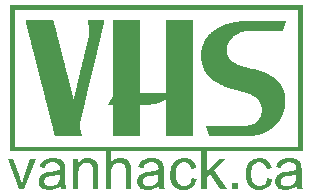
<source format=gto>
%FSLAX33Y33*%
%MOMM*%
%ADD10C,0.0508*%
D10*
%LNtop silkscreen_traces*%
G01*
X41040Y34161D02*
X41040Y34161D01*
X16305Y34161*
X16305Y21845*
X41040Y21845*
X41040Y34161*
X40712Y22186D02*
X40712Y22186D01*
X40712Y33820*
X40697Y33835*
X16648Y33835*
X16633Y33820*
X16633Y22186*
X16648Y22171*
X40697Y22171*
X40712Y22186*
X16305Y21870D02*
X41040Y21870D01*
X16305Y21919D02*
X41040Y21919D01*
X16305Y21969D02*
X41040Y21969D01*
X16305Y22018D02*
X41040Y22018D01*
X16305Y22068D02*
X41040Y22068D01*
X16305Y22117D02*
X41040Y22117D01*
X16305Y22167D02*
X41040Y22167D01*
X16305Y22216D02*
X16633Y22216D01*
X40712Y22216D02*
X41040Y22216D01*
X16305Y22266D02*
X16633Y22266D01*
X40712Y22266D02*
X41040Y22266D01*
X16305Y22315D02*
X16633Y22315D01*
X40712Y22315D02*
X41040Y22315D01*
X16305Y22365D02*
X16633Y22365D01*
X40712Y22365D02*
X41040Y22365D01*
X16305Y22414D02*
X16633Y22414D01*
X40712Y22414D02*
X41040Y22414D01*
X16305Y22464D02*
X16633Y22464D01*
X40712Y22464D02*
X41040Y22464D01*
X16305Y22514D02*
X16633Y22514D01*
X40712Y22514D02*
X41040Y22514D01*
X16305Y22563D02*
X16633Y22563D01*
X40712Y22563D02*
X41040Y22563D01*
X16305Y22613D02*
X16633Y22613D01*
X40712Y22613D02*
X41040Y22613D01*
X16305Y22662D02*
X16633Y22662D01*
X40712Y22662D02*
X41040Y22662D01*
X16305Y22712D02*
X16633Y22712D01*
X40712Y22712D02*
X41040Y22712D01*
X16305Y22761D02*
X16633Y22761D01*
X40712Y22761D02*
X41040Y22761D01*
X16305Y22811D02*
X16633Y22811D01*
X40712Y22811D02*
X41040Y22811D01*
X16305Y22860D02*
X16633Y22860D01*
X40712Y22860D02*
X41040Y22860D01*
X16305Y22910D02*
X16633Y22910D01*
X40712Y22910D02*
X41040Y22910D01*
X16305Y22959D02*
X16633Y22959D01*
X40712Y22959D02*
X41040Y22959D01*
X16305Y23009D02*
X16633Y23009D01*
X40712Y23009D02*
X41040Y23009D01*
X16305Y23058D02*
X16633Y23058D01*
X40712Y23058D02*
X41040Y23058D01*
X16305Y23108D02*
X16633Y23108D01*
X40712Y23108D02*
X41040Y23108D01*
X16305Y23157D02*
X16633Y23157D01*
X40712Y23157D02*
X41040Y23157D01*
X16305Y23207D02*
X16633Y23207D01*
X40712Y23207D02*
X41040Y23207D01*
X16305Y23256D02*
X16633Y23256D01*
X40712Y23256D02*
X41040Y23256D01*
X16305Y23306D02*
X16633Y23306D01*
X40712Y23306D02*
X41040Y23306D01*
X16305Y23356D02*
X16633Y23356D01*
X40712Y23356D02*
X41040Y23356D01*
X16305Y23405D02*
X16633Y23405D01*
X40712Y23405D02*
X41040Y23405D01*
X16305Y23455D02*
X16633Y23455D01*
X40712Y23455D02*
X41040Y23455D01*
X16305Y23504D02*
X16633Y23504D01*
X40712Y23504D02*
X41040Y23504D01*
X16305Y23554D02*
X16633Y23554D01*
X40712Y23554D02*
X41040Y23554D01*
X16305Y23603D02*
X16633Y23603D01*
X40712Y23603D02*
X41040Y23603D01*
X16305Y23653D02*
X16633Y23653D01*
X40712Y23653D02*
X41040Y23653D01*
X16305Y23702D02*
X16633Y23702D01*
X40712Y23702D02*
X41040Y23702D01*
X16305Y23752D02*
X16633Y23752D01*
X40712Y23752D02*
X41040Y23752D01*
X16305Y23801D02*
X16633Y23801D01*
X40712Y23801D02*
X41040Y23801D01*
X16305Y23851D02*
X16633Y23851D01*
X40712Y23851D02*
X41040Y23851D01*
X16305Y23900D02*
X16633Y23900D01*
X40712Y23900D02*
X41040Y23900D01*
X16305Y23950D02*
X16633Y23950D01*
X40712Y23950D02*
X41040Y23950D01*
X16305Y23999D02*
X16633Y23999D01*
X40712Y23999D02*
X41040Y23999D01*
X16305Y24049D02*
X16633Y24049D01*
X40712Y24049D02*
X41040Y24049D01*
X16305Y24098D02*
X16633Y24098D01*
X40712Y24098D02*
X41040Y24098D01*
X16305Y24148D02*
X16633Y24148D01*
X40712Y24148D02*
X41040Y24148D01*
X16305Y24198D02*
X16633Y24198D01*
X40712Y24198D02*
X41040Y24198D01*
X16305Y24247D02*
X16633Y24247D01*
X40712Y24247D02*
X41040Y24247D01*
X16305Y24297D02*
X16633Y24297D01*
X40712Y24297D02*
X41040Y24297D01*
X16305Y24346D02*
X16633Y24346D01*
X40712Y24346D02*
X41040Y24346D01*
X16305Y24396D02*
X16633Y24396D01*
X40712Y24396D02*
X41040Y24396D01*
X16305Y24445D02*
X16633Y24445D01*
X40712Y24445D02*
X41040Y24445D01*
X16305Y24495D02*
X16633Y24495D01*
X40712Y24495D02*
X41040Y24495D01*
X16305Y24544D02*
X16633Y24544D01*
X40712Y24544D02*
X41040Y24544D01*
X16305Y24594D02*
X16633Y24594D01*
X40712Y24594D02*
X41040Y24594D01*
X16305Y24643D02*
X16633Y24643D01*
X40712Y24643D02*
X41040Y24643D01*
X16305Y24693D02*
X16633Y24693D01*
X40712Y24693D02*
X41040Y24693D01*
X16305Y24742D02*
X16633Y24742D01*
X40712Y24742D02*
X41040Y24742D01*
X16305Y24792D02*
X16633Y24792D01*
X40712Y24792D02*
X41040Y24792D01*
X16305Y24841D02*
X16633Y24841D01*
X40712Y24841D02*
X41040Y24841D01*
X16305Y24891D02*
X16633Y24891D01*
X40712Y24891D02*
X41040Y24891D01*
X16305Y24940D02*
X16633Y24940D01*
X40712Y24940D02*
X41040Y24940D01*
X16305Y24990D02*
X16633Y24990D01*
X40712Y24990D02*
X41040Y24990D01*
X16305Y25040D02*
X16633Y25040D01*
X40712Y25040D02*
X41040Y25040D01*
X16305Y25089D02*
X16633Y25089D01*
X40712Y25089D02*
X41040Y25089D01*
X16305Y25139D02*
X16633Y25139D01*
X40712Y25139D02*
X41040Y25139D01*
X16305Y25188D02*
X16633Y25188D01*
X40712Y25188D02*
X41040Y25188D01*
X16305Y25238D02*
X16633Y25238D01*
X40712Y25238D02*
X41040Y25238D01*
X16305Y25287D02*
X16633Y25287D01*
X40712Y25287D02*
X41040Y25287D01*
X16305Y25337D02*
X16633Y25337D01*
X40712Y25337D02*
X41040Y25337D01*
X16305Y25386D02*
X16633Y25386D01*
X40712Y25386D02*
X41040Y25386D01*
X16305Y25436D02*
X16633Y25436D01*
X40712Y25436D02*
X41040Y25436D01*
X16305Y25485D02*
X16633Y25485D01*
X40712Y25485D02*
X41040Y25485D01*
X16305Y25535D02*
X16633Y25535D01*
X40712Y25535D02*
X41040Y25535D01*
X16305Y25584D02*
X16633Y25584D01*
X40712Y25584D02*
X41040Y25584D01*
X16305Y25634D02*
X16633Y25634D01*
X40712Y25634D02*
X41040Y25634D01*
X16305Y25683D02*
X16633Y25683D01*
X40712Y25683D02*
X41040Y25683D01*
X16305Y25733D02*
X16633Y25733D01*
X40712Y25733D02*
X41040Y25733D01*
X16305Y25782D02*
X16633Y25782D01*
X40712Y25782D02*
X41040Y25782D01*
X16305Y25832D02*
X16633Y25832D01*
X40712Y25832D02*
X41040Y25832D01*
X16305Y25882D02*
X16633Y25882D01*
X40712Y25882D02*
X41040Y25882D01*
X16305Y25931D02*
X16633Y25931D01*
X40712Y25931D02*
X41040Y25931D01*
X16305Y25981D02*
X16633Y25981D01*
X40712Y25981D02*
X41040Y25981D01*
X16305Y26030D02*
X16633Y26030D01*
X40712Y26030D02*
X41040Y26030D01*
X16305Y26080D02*
X16633Y26080D01*
X40712Y26080D02*
X41040Y26080D01*
X16305Y26129D02*
X16633Y26129D01*
X40712Y26129D02*
X41040Y26129D01*
X16305Y26179D02*
X16633Y26179D01*
X40712Y26179D02*
X41040Y26179D01*
X16305Y26228D02*
X16633Y26228D01*
X40712Y26228D02*
X41040Y26228D01*
X16305Y26278D02*
X16633Y26278D01*
X40712Y26278D02*
X41040Y26278D01*
X16305Y26327D02*
X16633Y26327D01*
X40712Y26327D02*
X41040Y26327D01*
X16305Y26377D02*
X16633Y26377D01*
X40712Y26377D02*
X41040Y26377D01*
X16305Y26426D02*
X16633Y26426D01*
X40712Y26426D02*
X41040Y26426D01*
X16305Y26476D02*
X16633Y26476D01*
X40712Y26476D02*
X41040Y26476D01*
X16305Y26525D02*
X16633Y26525D01*
X40712Y26525D02*
X41040Y26525D01*
X16305Y26575D02*
X16633Y26575D01*
X40712Y26575D02*
X41040Y26575D01*
X16305Y26624D02*
X16633Y26624D01*
X40712Y26624D02*
X41040Y26624D01*
X16305Y26674D02*
X16633Y26674D01*
X40712Y26674D02*
X41040Y26674D01*
X16305Y26724D02*
X16633Y26724D01*
X40712Y26724D02*
X41040Y26724D01*
X16305Y26773D02*
X16633Y26773D01*
X40712Y26773D02*
X41040Y26773D01*
X16305Y26823D02*
X16633Y26823D01*
X40712Y26823D02*
X41040Y26823D01*
X16305Y26872D02*
X16633Y26872D01*
X40712Y26872D02*
X41040Y26872D01*
X16305Y26922D02*
X16633Y26922D01*
X40712Y26922D02*
X41040Y26922D01*
X16305Y26971D02*
X16633Y26971D01*
X40712Y26971D02*
X41040Y26971D01*
X16305Y27021D02*
X16633Y27021D01*
X40712Y27021D02*
X41040Y27021D01*
X16305Y27070D02*
X16633Y27070D01*
X40712Y27070D02*
X41040Y27070D01*
X16305Y27120D02*
X16633Y27120D01*
X40712Y27120D02*
X41040Y27120D01*
X16305Y27169D02*
X16633Y27169D01*
X40712Y27169D02*
X41040Y27169D01*
X16305Y27219D02*
X16633Y27219D01*
X40712Y27219D02*
X41040Y27219D01*
X16305Y27268D02*
X16633Y27268D01*
X40712Y27268D02*
X41040Y27268D01*
X16305Y27318D02*
X16633Y27318D01*
X40712Y27318D02*
X41040Y27318D01*
X16305Y27367D02*
X16633Y27367D01*
X40712Y27367D02*
X41040Y27367D01*
X16305Y27417D02*
X16633Y27417D01*
X40712Y27417D02*
X41040Y27417D01*
X16305Y27467D02*
X16633Y27467D01*
X40712Y27467D02*
X41040Y27467D01*
X16305Y27516D02*
X16633Y27516D01*
X40712Y27516D02*
X41040Y27516D01*
X16305Y27566D02*
X16633Y27566D01*
X40712Y27566D02*
X41040Y27566D01*
X16305Y27615D02*
X16633Y27615D01*
X40712Y27615D02*
X41040Y27615D01*
X16305Y27665D02*
X16633Y27665D01*
X40712Y27665D02*
X41040Y27665D01*
X16305Y27714D02*
X16633Y27714D01*
X40712Y27714D02*
X41040Y27714D01*
X16305Y27764D02*
X16633Y27764D01*
X40712Y27764D02*
X41040Y27764D01*
X16305Y27813D02*
X16633Y27813D01*
X40712Y27813D02*
X41040Y27813D01*
X16305Y27863D02*
X16633Y27863D01*
X40712Y27863D02*
X41040Y27863D01*
X16305Y27912D02*
X16633Y27912D01*
X40712Y27912D02*
X41040Y27912D01*
X16305Y27962D02*
X16633Y27962D01*
X40712Y27962D02*
X41040Y27962D01*
X16305Y28011D02*
X16633Y28011D01*
X40712Y28011D02*
X41040Y28011D01*
X16305Y28061D02*
X16633Y28061D01*
X40712Y28061D02*
X41040Y28061D01*
X16305Y28110D02*
X16633Y28110D01*
X40712Y28110D02*
X41040Y28110D01*
X16305Y28160D02*
X16633Y28160D01*
X40712Y28160D02*
X41040Y28160D01*
X16305Y28209D02*
X16633Y28209D01*
X40712Y28209D02*
X41040Y28209D01*
X16305Y28259D02*
X16633Y28259D01*
X40712Y28259D02*
X41040Y28259D01*
X16305Y28309D02*
X16633Y28309D01*
X40712Y28309D02*
X41040Y28309D01*
X16305Y28358D02*
X16633Y28358D01*
X40712Y28358D02*
X41040Y28358D01*
X16305Y28408D02*
X16633Y28408D01*
X40712Y28408D02*
X41040Y28408D01*
X16305Y28457D02*
X16633Y28457D01*
X40712Y28457D02*
X41040Y28457D01*
X16305Y28507D02*
X16633Y28507D01*
X40712Y28507D02*
X41040Y28507D01*
X16305Y28556D02*
X16633Y28556D01*
X40712Y28556D02*
X41040Y28556D01*
X16305Y28606D02*
X16633Y28606D01*
X40712Y28606D02*
X41040Y28606D01*
X16305Y28655D02*
X16633Y28655D01*
X40712Y28655D02*
X41040Y28655D01*
X16305Y28705D02*
X16633Y28705D01*
X40712Y28705D02*
X41040Y28705D01*
X16305Y28754D02*
X16633Y28754D01*
X40712Y28754D02*
X41040Y28754D01*
X16305Y28804D02*
X16633Y28804D01*
X40712Y28804D02*
X41040Y28804D01*
X16305Y28853D02*
X16633Y28853D01*
X40712Y28853D02*
X41040Y28853D01*
X16305Y28903D02*
X16633Y28903D01*
X40712Y28903D02*
X41040Y28903D01*
X16305Y28952D02*
X16633Y28952D01*
X40712Y28952D02*
X41040Y28952D01*
X16305Y29002D02*
X16633Y29002D01*
X40712Y29002D02*
X41040Y29002D01*
X16305Y29051D02*
X16633Y29051D01*
X40712Y29051D02*
X41040Y29051D01*
X16305Y29101D02*
X16633Y29101D01*
X40712Y29101D02*
X41040Y29101D01*
X16305Y29151D02*
X16633Y29151D01*
X40712Y29151D02*
X41040Y29151D01*
X16305Y29200D02*
X16633Y29200D01*
X40712Y29200D02*
X41040Y29200D01*
X16305Y29250D02*
X16633Y29250D01*
X40712Y29250D02*
X41040Y29250D01*
X16305Y29299D02*
X16633Y29299D01*
X40712Y29299D02*
X41040Y29299D01*
X16305Y29349D02*
X16633Y29349D01*
X40712Y29349D02*
X41040Y29349D01*
X16305Y29398D02*
X16633Y29398D01*
X40712Y29398D02*
X41040Y29398D01*
X16305Y29448D02*
X16633Y29448D01*
X40712Y29448D02*
X41040Y29448D01*
X16305Y29497D02*
X16633Y29497D01*
X40712Y29497D02*
X41040Y29497D01*
X16305Y29547D02*
X16633Y29547D01*
X40712Y29547D02*
X41040Y29547D01*
X16305Y29596D02*
X16633Y29596D01*
X40712Y29596D02*
X41040Y29596D01*
X16305Y29646D02*
X16633Y29646D01*
X40712Y29646D02*
X41040Y29646D01*
X16305Y29695D02*
X16633Y29695D01*
X40712Y29695D02*
X41040Y29695D01*
X16305Y29745D02*
X16633Y29745D01*
X40712Y29745D02*
X41040Y29745D01*
X16305Y29794D02*
X16633Y29794D01*
X40712Y29794D02*
X41040Y29794D01*
X16305Y29844D02*
X16633Y29844D01*
X40712Y29844D02*
X41040Y29844D01*
X16305Y29893D02*
X16633Y29893D01*
X40712Y29893D02*
X41040Y29893D01*
X16305Y29943D02*
X16633Y29943D01*
X40712Y29943D02*
X41040Y29943D01*
X16305Y29993D02*
X16633Y29993D01*
X40712Y29993D02*
X41040Y29993D01*
X16305Y30042D02*
X16633Y30042D01*
X40712Y30042D02*
X41040Y30042D01*
X16305Y30092D02*
X16633Y30092D01*
X40712Y30092D02*
X41040Y30092D01*
X16305Y30141D02*
X16633Y30141D01*
X40712Y30141D02*
X41040Y30141D01*
X16305Y30191D02*
X16633Y30191D01*
X40712Y30191D02*
X41040Y30191D01*
X16305Y30240D02*
X16633Y30240D01*
X40712Y30240D02*
X41040Y30240D01*
X16305Y30290D02*
X16633Y30290D01*
X40712Y30290D02*
X41040Y30290D01*
X16305Y30339D02*
X16633Y30339D01*
X40712Y30339D02*
X41040Y30339D01*
X16305Y30389D02*
X16633Y30389D01*
X40712Y30389D02*
X41040Y30389D01*
X16305Y30438D02*
X16633Y30438D01*
X40712Y30438D02*
X41040Y30438D01*
X16305Y30488D02*
X16633Y30488D01*
X40712Y30488D02*
X41040Y30488D01*
X16305Y30537D02*
X16633Y30537D01*
X40712Y30537D02*
X41040Y30537D01*
X16305Y30587D02*
X16633Y30587D01*
X40712Y30587D02*
X41040Y30587D01*
X16305Y30636D02*
X16633Y30636D01*
X40712Y30636D02*
X41040Y30636D01*
X16305Y30686D02*
X16633Y30686D01*
X40712Y30686D02*
X41040Y30686D01*
X16305Y30735D02*
X16633Y30735D01*
X40712Y30735D02*
X41040Y30735D01*
X16305Y30785D02*
X16633Y30785D01*
X40712Y30785D02*
X41040Y30785D01*
X16305Y30835D02*
X16633Y30835D01*
X40712Y30835D02*
X41040Y30835D01*
X16305Y30884D02*
X16633Y30884D01*
X40712Y30884D02*
X41040Y30884D01*
X16305Y30934D02*
X16633Y30934D01*
X40712Y30934D02*
X41040Y30934D01*
X16305Y30983D02*
X16633Y30983D01*
X40712Y30983D02*
X41040Y30983D01*
X16305Y31033D02*
X16633Y31033D01*
X40712Y31033D02*
X41040Y31033D01*
X16305Y31082D02*
X16633Y31082D01*
X40712Y31082D02*
X41040Y31082D01*
X16305Y31132D02*
X16633Y31132D01*
X40712Y31132D02*
X41040Y31132D01*
X16305Y31181D02*
X16633Y31181D01*
X40712Y31181D02*
X41040Y31181D01*
X16305Y31231D02*
X16633Y31231D01*
X40712Y31231D02*
X41040Y31231D01*
X16305Y31280D02*
X16633Y31280D01*
X40712Y31280D02*
X41040Y31280D01*
X16305Y31330D02*
X16633Y31330D01*
X40712Y31330D02*
X41040Y31330D01*
X16305Y31379D02*
X16633Y31379D01*
X40712Y31379D02*
X41040Y31379D01*
X16305Y31429D02*
X16633Y31429D01*
X40712Y31429D02*
X41040Y31429D01*
X16305Y31478D02*
X16633Y31478D01*
X40712Y31478D02*
X41040Y31478D01*
X16305Y31528D02*
X16633Y31528D01*
X40712Y31528D02*
X41040Y31528D01*
X16305Y31577D02*
X16633Y31577D01*
X40712Y31577D02*
X41040Y31577D01*
X16305Y31627D02*
X16633Y31627D01*
X40712Y31627D02*
X41040Y31627D01*
X16305Y31677D02*
X16633Y31677D01*
X40712Y31677D02*
X41040Y31677D01*
X16305Y31726D02*
X16633Y31726D01*
X40712Y31726D02*
X41040Y31726D01*
X16305Y31776D02*
X16633Y31776D01*
X40712Y31776D02*
X41040Y31776D01*
X16305Y31825D02*
X16633Y31825D01*
X40712Y31825D02*
X41040Y31825D01*
X16305Y31875D02*
X16633Y31875D01*
X40712Y31875D02*
X41040Y31875D01*
X16305Y31924D02*
X16633Y31924D01*
X40712Y31924D02*
X41040Y31924D01*
X16305Y31974D02*
X16633Y31974D01*
X40712Y31974D02*
X41040Y31974D01*
X16305Y32023D02*
X16633Y32023D01*
X40712Y32023D02*
X41040Y32023D01*
X16305Y32073D02*
X16633Y32073D01*
X40712Y32073D02*
X41040Y32073D01*
X16305Y32122D02*
X16633Y32122D01*
X40712Y32122D02*
X41040Y32122D01*
X16305Y32172D02*
X16633Y32172D01*
X40712Y32172D02*
X41040Y32172D01*
X16305Y32221D02*
X16633Y32221D01*
X40712Y32221D02*
X41040Y32221D01*
X16305Y32271D02*
X16633Y32271D01*
X40712Y32271D02*
X41040Y32271D01*
X16305Y32320D02*
X16633Y32320D01*
X40712Y32320D02*
X41040Y32320D01*
X16305Y32370D02*
X16633Y32370D01*
X40712Y32370D02*
X41040Y32370D01*
X16305Y32420D02*
X16633Y32420D01*
X40712Y32420D02*
X41040Y32420D01*
X16305Y32469D02*
X16633Y32469D01*
X40712Y32469D02*
X41040Y32469D01*
X16305Y32519D02*
X16633Y32519D01*
X40712Y32519D02*
X41040Y32519D01*
X16305Y32568D02*
X16633Y32568D01*
X40712Y32568D02*
X41040Y32568D01*
X16305Y32618D02*
X16633Y32618D01*
X40712Y32618D02*
X41040Y32618D01*
X16305Y32667D02*
X16633Y32667D01*
X40712Y32667D02*
X41040Y32667D01*
X16305Y32717D02*
X16633Y32717D01*
X40712Y32717D02*
X41040Y32717D01*
X16305Y32766D02*
X16633Y32766D01*
X40712Y32766D02*
X41040Y32766D01*
X16305Y32816D02*
X16633Y32816D01*
X40712Y32816D02*
X41040Y32816D01*
X16305Y32865D02*
X16633Y32865D01*
X40712Y32865D02*
X41040Y32865D01*
X16305Y32915D02*
X16633Y32915D01*
X40712Y32915D02*
X41040Y32915D01*
X16305Y32964D02*
X16633Y32964D01*
X40712Y32964D02*
X41040Y32964D01*
X16305Y33014D02*
X16633Y33014D01*
X40712Y33014D02*
X41040Y33014D01*
X16305Y33063D02*
X16633Y33063D01*
X40712Y33063D02*
X41040Y33063D01*
X16305Y33113D02*
X16633Y33113D01*
X40712Y33113D02*
X41040Y33113D01*
X16305Y33162D02*
X16633Y33162D01*
X40712Y33162D02*
X41040Y33162D01*
X16305Y33212D02*
X16633Y33212D01*
X40712Y33212D02*
X41040Y33212D01*
X16305Y33262D02*
X16633Y33262D01*
X40712Y33262D02*
X41040Y33262D01*
X16305Y33311D02*
X16633Y33311D01*
X40712Y33311D02*
X41040Y33311D01*
X16305Y33361D02*
X16633Y33361D01*
X40712Y33361D02*
X41040Y33361D01*
X16305Y33410D02*
X16633Y33410D01*
X40712Y33410D02*
X41040Y33410D01*
X16305Y33460D02*
X16633Y33460D01*
X40712Y33460D02*
X41040Y33460D01*
X16305Y33509D02*
X16633Y33509D01*
X40712Y33509D02*
X41040Y33509D01*
X16305Y33559D02*
X16633Y33559D01*
X40712Y33559D02*
X41040Y33559D01*
X16305Y33608D02*
X16633Y33608D01*
X40712Y33608D02*
X41040Y33608D01*
X16305Y33658D02*
X16633Y33658D01*
X40712Y33658D02*
X41040Y33658D01*
X16305Y33707D02*
X16633Y33707D01*
X40712Y33707D02*
X41040Y33707D01*
X16305Y33757D02*
X16633Y33757D01*
X40712Y33757D02*
X41040Y33757D01*
X16305Y33806D02*
X16633Y33806D01*
X40712Y33806D02*
X41040Y33806D01*
X16305Y33856D02*
X41040Y33856D01*
X16305Y33905D02*
X41040Y33905D01*
X16305Y33955D02*
X41040Y33955D01*
X16305Y34004D02*
X41040Y34004D01*
X16305Y34054D02*
X41040Y34054D01*
X16305Y34104D02*
X41040Y34104D01*
X16305Y34153D02*
X41040Y34153D01*
X36317Y23144D02*
X36317Y23144D01*
X36381Y23145*
X36439Y23145*
X36489Y23146*
X36532Y23147*
X36566Y23148*
X36566Y23148*
X36592Y23148*
X36592Y23148*
X36608Y23148*
X36732Y23151*
X36857Y23161*
X36984Y23176*
X37112Y23197*
X37240Y23224*
X37368Y23258*
X37496Y23297*
X37623Y23342*
X37750Y23393*
X37875Y23450*
X37998Y23512*
X38120Y23580*
X38239Y23653*
X38355Y23733*
X38468Y23817*
X38577Y23907*
X38683Y24003*
X38785Y24104*
X38881Y24210*
X38973Y24322*
X39060Y24438*
X39141Y24560*
X39216Y24687*
X39284Y24819*
X39346Y24956*
X39401Y25098*
X39448Y25245*
X39488Y25397*
X39519Y25554*
X39542Y25715*
X39556Y25882*
X39561Y26053*
X39557Y26212*
X39544Y26364*
X39524Y26511*
X39496Y26653*
X39461Y26789*
X39419Y26919*
X39370Y27044*
X39314Y27164*
X39253Y27279*
X39185Y27389*
X39113Y27494*
X39034Y27595*
X38951Y27690*
X38863Y27782*
X38771Y27868*
X38675Y27951*
X38574Y28029*
X38471Y28103*
X38364Y28172*
X38254Y28238*
X38141Y28300*
X38026Y28358*
X37909Y28413*
X37790Y28464*
X37670Y28511*
X37548Y28555*
X37426Y28596*
X37303Y28633*
X37180Y28667*
X37057Y28698*
X36934Y28726*
X36811Y28752*
X36674Y28780*
X36674Y28780*
X36542Y28808*
X36542Y28808*
X36414Y28838*
X36413Y28838*
X36290Y28868*
X36290Y28868*
X36171Y28900*
X36171Y28900*
X36056Y28932*
X36056Y28932*
X35946Y28966*
X35945Y28966*
X35840Y29001*
X35840Y29001*
X35739Y29037*
X35738Y29037*
X35641Y29075*
X35641Y29075*
X35549Y29114*
X35548Y29114*
X35461Y29155*
X35460Y29155*
X35377Y29197*
X35376Y29197*
X35297Y29241*
X35297Y29241*
X35222Y29287*
X35221Y29287*
X35151Y29335*
X35150Y29335*
X35084Y29384*
X35084Y29385*
X35022Y29436*
X35021Y29436*
X34964Y29490*
X34963Y29490*
X34910Y29546*
X34910Y29547*
X34861Y29604*
X34860Y29605*
X34816Y29665*
X34815Y29666*
X34775Y29728*
X34775Y29729*
X34739Y29794*
X34738Y29794*
X34707Y29862*
X34706Y29862*
X34679Y29932*
X34679Y29933*
X34655Y30005*
X34655Y30006*
X34636Y30081*
X34636Y30082*
X34622Y30160*
X34621Y30160*
X34611Y30241*
X34611Y30242*
X34605Y30325*
X34605Y30326*
X34603Y30412*
X34603Y30413*
X34606Y30502*
X34606Y30503*
X34615Y30590*
X34615Y30591*
X34630Y30676*
X34630Y30677*
X34650Y30760*
X34650Y30761*
X34676Y30843*
X34676Y30843*
X34706Y30923*
X34707Y30923*
X34742Y31000*
X34742Y31001*
X34782Y31076*
X34782Y31077*
X34826Y31149*
X34826Y31150*
X34874Y31220*
X34875Y31221*
X34926Y31288*
X34926Y31289*
X34981Y31354*
X34982Y31355*
X35040Y31417*
X35041Y31418*
X35102Y31478*
X35102Y31478*
X35166Y31536*
X35167Y31536*
X35233Y31591*
X35233Y31591*
X35302Y31643*
X35303Y31643*
X35373Y31692*
X35374Y31693*
X35446Y31739*
X35447Y31739*
X35521Y31782*
X35521Y31782*
X35596Y31822*
X35597Y31823*
X35673Y31860*
X35674Y31860*
X35751Y31893*
X35751Y31894*
X35829Y31924*
X35829Y31924*
X35907Y31951*
X35908Y31952*
X35986Y31975*
X35986Y31975*
X36064Y31996*
X36065Y31996*
X36142Y32012*
X36143Y32013*
X36220Y32026*
X36220Y32026*
X36296Y32035*
X36297Y32035*
X36371Y32041*
X36372Y32041*
X36445Y32043*
X36445Y32043*
X36482Y32044*
X36521Y32045*
X36607Y32050*
X36607Y32050*
X36703Y32055*
X36704Y32055*
X36808Y32057*
X36808Y32057*
X39327Y32057*
X39645Y32840*
X36809Y32840*
X36723Y32838*
X36637Y32833*
X36551Y32828*
X36550Y32828*
X36464Y32826*
X36464Y32826*
X36337Y32824*
X36202Y32819*
X36061Y32810*
X35915Y32797*
X35764Y32779*
X35609Y32758*
X35450Y32731*
X35289Y32699*
X35126Y32663*
X34961Y32621*
X34796Y32573*
X34632Y32520*
X34468Y32461*
X34306Y32395*
X34147Y32323*
X33991Y32244*
X33839Y32159*
X33691Y32066*
X33549Y31966*
X33412Y31858*
X33347Y31802*
X33283Y31743*
X33221Y31682*
X33161Y31620*
X33104Y31555*
X33048Y31489*
X32994Y31420*
X32943Y31349*
X32895Y31276*
X32848Y31200*
X32805Y31123*
X32764Y31043*
X32725Y30961*
X32690Y30877*
X32658Y30790*
X32628Y30701*
X32602Y30609*
X32579Y30516*
X32559Y30419*
X32543Y30320*
X32530Y30219*
X32520Y30115*
X32515Y30008*
X32513Y29899*
X32514Y29803*
X32519Y29708*
X32527Y29616*
X32538Y29526*
X32552Y29438*
X32568Y29352*
X32588Y29268*
X32609Y29186*
X32634Y29107*
X32661Y29029*
X32690Y28953*
X32722Y28879*
X32755Y28807*
X32791Y28736*
X32869Y28601*
X32953Y28473*
X33045Y28352*
X33142Y28238*
X33244Y28130*
X33351Y28029*
X33462Y27934*
X33575Y27845*
X33691Y27762*
X33809Y27684*
X33927Y27612*
X34045Y27546*
X34163Y27484*
X34279Y27428*
X34393Y27376*
X34505Y27329*
X34613Y27286*
X34717Y27248*
X34815Y27213*
X34908Y27183*
X34995Y27156*
X35074Y27133*
X35145Y27113*
X35208Y27096*
X35262Y27082*
X35342Y27062*
X35426Y27041*
X35513Y27021*
X35603Y26999*
X35603Y26999*
X35791Y26954*
X35791Y26954*
X35985Y26904*
X35985Y26904*
X36183Y26848*
X36183Y26848*
X36380Y26784*
X36381Y26784*
X36479Y26749*
X36479Y26749*
X36575Y26711*
X36576Y26710*
X36671Y26670*
X36671Y26670*
X36764Y26626*
X36764Y26626*
X36855Y26579*
X36855Y26578*
X36943Y26528*
X36944Y26528*
X37028Y26474*
X37028Y26474*
X37109Y26416*
X37110Y26416*
X37187Y26354*
X37187Y26354*
X37259Y26288*
X37260Y26287*
X37327Y26217*
X37328Y26216*
X37390Y26141*
X37391Y26141*
X37447Y26061*
X37448Y26060*
X37498Y25976*
X37498Y25975*
X37542Y25885*
X37542Y25884*
X37579Y25789*
X37579Y25788*
X37608Y25688*
X37609Y25686*
X37630Y25580*
X37630Y25579*
X37643Y25467*
X37643Y25466*
X37647Y25408*
X37647Y25408*
X37648Y25348*
X37648Y25347*
X37647Y25277*
X37647Y25276*
X37643Y25208*
X37643Y25207*
X37638Y25141*
X37638Y25141*
X37630Y25077*
X37630Y25077*
X37620Y25015*
X37620Y25015*
X37609Y24955*
X37609Y24955*
X37595Y24898*
X37595Y24897*
X37580Y24842*
X37580Y24841*
X37544Y24738*
X37544Y24737*
X37502Y24641*
X37501Y24640*
X37454Y24553*
X37453Y24552*
X37400Y24471*
X37400Y24471*
X37342Y24398*
X37342Y24397*
X37280Y24331*
X37280Y24330*
X37215Y24270*
X37214Y24270*
X37146Y24216*
X37145Y24216*
X37075Y24168*
X37075Y24167*
X37003Y24125*
X37002Y24125*
X36929Y24088*
X36929Y24088*
X36855Y24056*
X36855Y24056*
X36782Y24028*
X36781Y24028*
X36708Y24005*
X36708Y24005*
X36636Y23985*
X36636Y23985*
X36566Y23969*
X36565Y23969*
X36498Y23956*
X36497Y23956*
X36433Y23946*
X36432Y23946*
X36371Y23939*
X36371Y23939*
X36314Y23934*
X36313Y23934*
X36261Y23930*
X36261Y23930*
X36213Y23929*
X36213Y23929*
X36171Y23928*
X36171Y23928*
X36135Y23928*
X36135Y23928*
X36107Y23929*
X36106Y23929*
X36085Y23930*
X36085Y23930*
X36072Y23931*
X36072Y23931*
X36068Y23931*
X35714Y23927*
X35714Y23927*
X32927Y23927*
X33213Y23144*
X36245Y23144*
X36317Y23144*
X33204Y23168D02*
X36922Y23168D01*
X33186Y23218D02*
X37209Y23218D01*
X33168Y23267D02*
X37399Y23267D01*
X33150Y23317D02*
X37552Y23317D01*
X33131Y23366D02*
X37684Y23366D01*
X33113Y23416D02*
X37801Y23416D01*
X33095Y23466D02*
X37907Y23466D01*
X33077Y23515D02*
X38004Y23515D01*
X33059Y23565D02*
X38093Y23565D01*
X33041Y23614D02*
X38175Y23614D01*
X33023Y23664D02*
X38254Y23664D01*
X33005Y23713D02*
X38326Y23713D01*
X32987Y23763D02*
X38395Y23763D01*
X32969Y23812D02*
X38461Y23812D01*
X32951Y23862D02*
X38522Y23862D01*
X32932Y23911D02*
X38582Y23911D01*
X36522Y23961D02*
X38637Y23961D01*
X36726Y24010D02*
X38691Y24010D01*
X36865Y24060D02*
X38740Y24060D01*
X36971Y24109D02*
X38790Y24109D01*
X37060Y24159D02*
X38835Y24159D01*
X37135Y24208D02*
X38880Y24208D01*
X37199Y24258D02*
X38921Y24258D01*
X37255Y24308D02*
X38962Y24308D01*
X37305Y24357D02*
X39000Y24357D01*
X37350Y24407D02*
X39037Y24407D01*
X37388Y24456D02*
X39072Y24456D01*
X37423Y24506D02*
X39105Y24506D01*
X37455Y24555D02*
X39138Y24555D01*
X37482Y24605D02*
X39167Y24605D01*
X37508Y24654D02*
X39197Y24654D01*
X37529Y24704D02*
X39225Y24704D01*
X37549Y24753D02*
X39250Y24753D01*
X37566Y24803D02*
X39276Y24803D01*
X37583Y24852D02*
X39300Y24852D01*
X37596Y24902D02*
X39322Y24902D01*
X37608Y24951D02*
X39344Y24951D01*
X37618Y25001D02*
X39364Y25001D01*
X37626Y25050D02*
X39383Y25050D01*
X37633Y25100D02*
X39402Y25100D01*
X37638Y25150D02*
X39418Y25150D01*
X37642Y25199D02*
X39434Y25199D01*
X37645Y25249D02*
X39449Y25249D01*
X37647Y25298D02*
X39462Y25298D01*
X37648Y25348D02*
X39475Y25348D01*
X37647Y25397D02*
X39488Y25397D01*
X37644Y25447D02*
X39498Y25447D01*
X37640Y25496D02*
X39508Y25496D01*
X37634Y25546D02*
X39518Y25546D01*
X37627Y25595D02*
X39525Y25595D01*
X37617Y25645D02*
X39532Y25645D01*
X37606Y25694D02*
X39539Y25694D01*
X37592Y25744D02*
X39545Y25744D01*
X37577Y25793D02*
X39549Y25793D01*
X37558Y25843D02*
X39553Y25843D01*
X37538Y25893D02*
X39557Y25893D01*
X37514Y25942D02*
X39558Y25942D01*
X37488Y25992D02*
X39559Y25992D01*
X37459Y26041D02*
X39561Y26041D01*
X37426Y26091D02*
X39560Y26091D01*
X37391Y26140D02*
X39559Y26140D01*
X37350Y26190D02*
X39557Y26190D01*
X37306Y26239D02*
X39555Y26239D01*
X37258Y26289D02*
X39551Y26289D01*
X37204Y26338D02*
X39546Y26338D01*
X37144Y26388D02*
X39541Y26388D01*
X37079Y26437D02*
X39534Y26437D01*
X37008Y26487D02*
X39527Y26487D01*
X36929Y26536D02*
X39519Y26536D01*
X36841Y26586D02*
X39509Y26586D01*
X36743Y26635D02*
X39500Y26635D01*
X36635Y26685D02*
X39488Y26685D01*
X36515Y26735D02*
X39475Y26735D01*
X36381Y26784D02*
X39462Y26784D01*
X36228Y26834D02*
X39446Y26834D01*
X36060Y26883D02*
X39430Y26883D01*
X35875Y26933D02*
X39413Y26933D01*
X35675Y26982D02*
X39394Y26982D01*
X35467Y27032D02*
X39375Y27032D01*
X35264Y27081D02*
X39353Y27081D01*
X35081Y27131D02*
X39330Y27131D01*
X34916Y27180D02*
X39306Y27180D01*
X34768Y27230D02*
X39279Y27230D01*
X34631Y27279D02*
X39253Y27279D01*
X34505Y27329D02*
X39222Y27329D01*
X34388Y27378D02*
X39192Y27378D01*
X34279Y27428D02*
X39159Y27428D01*
X34177Y27477D02*
X39124Y27477D01*
X34081Y27527D02*
X39087Y27527D01*
X33990Y27577D02*
X39049Y27577D01*
X33904Y27626D02*
X39007Y27626D01*
X33823Y27676D02*
X38964Y27676D01*
X33747Y27725D02*
X38918Y27725D01*
X33673Y27775D02*
X38870Y27775D01*
X33604Y27824D02*
X38818Y27824D01*
X33538Y27874D02*
X38765Y27874D01*
X33475Y27923D02*
X38707Y27923D01*
X33416Y27973D02*
X38646Y27973D01*
X33359Y28022D02*
X38583Y28022D01*
X33306Y28072D02*
X38514Y28072D01*
X33254Y28121D02*
X38442Y28121D01*
X33206Y28171D02*
X38366Y28171D01*
X33159Y28220D02*
X38284Y28220D01*
X33115Y28270D02*
X38196Y28270D01*
X33072Y28319D02*
X38103Y28319D01*
X33032Y28369D02*
X38003Y28369D01*
X32995Y28419D02*
X37896Y28419D01*
X32957Y28468D02*
X37779Y28468D01*
X32924Y28518D02*
X37652Y28518D01*
X32891Y28567D02*
X37512Y28567D01*
X32860Y28617D02*
X37357Y28617D01*
X32831Y28666D02*
X37183Y28666D01*
X32803Y28716D02*
X36981Y28716D01*
X32776Y28765D02*
X36746Y28765D01*
X32751Y28815D02*
X36514Y28815D01*
X32728Y28864D02*
X36306Y28864D01*
X32707Y28914D02*
X36121Y28914D01*
X32686Y28963D02*
X35954Y28963D01*
X32667Y29013D02*
X35806Y29013D01*
X32649Y29062D02*
X35673Y29062D01*
X32632Y29112D02*
X35554Y29112D01*
X32617Y29161D02*
X35447Y29161D01*
X32603Y29211D02*
X35351Y29211D01*
X32590Y29261D02*
X35265Y29261D01*
X32578Y29310D02*
X35187Y29310D01*
X32567Y29360D02*
X35117Y29360D01*
X32557Y29409D02*
X35054Y29409D01*
X32548Y29459D02*
X34998Y29459D01*
X32541Y29508D02*
X34946Y29508D01*
X32534Y29558D02*
X34900Y29558D01*
X32528Y29607D02*
X34859Y29607D01*
X32524Y29657D02*
X34822Y29657D01*
X32519Y29706D02*
X34789Y29706D01*
X32517Y29756D02*
X34760Y29756D01*
X32514Y29805D02*
X34733Y29805D01*
X32514Y29855D02*
X34710Y29855D01*
X32513Y29904D02*
X34690Y29904D01*
X32514Y29954D02*
X34672Y29954D01*
X32515Y30003D02*
X34656Y30003D01*
X32517Y30053D02*
X34643Y30053D01*
X32520Y30103D02*
X34632Y30103D01*
X32524Y30152D02*
X34623Y30152D01*
X32528Y30202D02*
X34616Y30202D01*
X32534Y30251D02*
X34610Y30251D01*
X32540Y30301D02*
X34606Y30301D01*
X32548Y30350D02*
X34604Y30350D01*
X32556Y30400D02*
X34603Y30400D01*
X32565Y30449D02*
X34604Y30449D01*
X32575Y30499D02*
X34606Y30499D01*
X32587Y30548D02*
X34610Y30548D01*
X32599Y30598D02*
X34616Y30598D01*
X32613Y30647D02*
X34625Y30647D01*
X32627Y30697D02*
X34635Y30697D01*
X32643Y30746D02*
X34647Y30746D01*
X32660Y30796D02*
X34661Y30796D01*
X32678Y30846D02*
X34677Y30846D01*
X32698Y30895D02*
X34696Y30895D01*
X32719Y30945D02*
X34716Y30945D01*
X32741Y30994D02*
X34739Y30994D01*
X32764Y31044D02*
X34765Y31044D01*
X32789Y31093D02*
X34792Y31093D01*
X32816Y31143D02*
X34822Y31143D01*
X32844Y31192D02*
X34855Y31192D01*
X32874Y31242D02*
X34891Y31242D01*
X32905Y31291D02*
X34928Y31291D01*
X32938Y31341D02*
X34970Y31341D01*
X32973Y31390D02*
X35015Y31390D01*
X33010Y31440D02*
X35063Y31440D01*
X33049Y31489D02*
X35114Y31489D01*
X33090Y31539D02*
X35170Y31539D01*
X33133Y31588D02*
X35230Y31588D01*
X33179Y31638D02*
X35295Y31638D01*
X33227Y31688D02*
X35366Y31688D01*
X33277Y31737D02*
X35443Y31737D01*
X33331Y31787D02*
X35529Y31787D01*
X33387Y31836D02*
X35625Y31836D01*
X33447Y31886D02*
X35733Y31886D01*
X33510Y31935D02*
X35861Y31935D01*
X33575Y31985D02*
X36022Y31985D01*
X33646Y32034D02*
X36288Y32034D01*
X33719Y32084D02*
X39338Y32084D01*
X33798Y32133D02*
X39358Y32133D01*
X33882Y32183D02*
X39378Y32183D01*
X33970Y32232D02*
X39398Y32232D01*
X34065Y32282D02*
X39418Y32282D01*
X34166Y32331D02*
X39438Y32331D01*
X34275Y32381D02*
X39458Y32381D01*
X34394Y32430D02*
X39479Y32430D01*
X34522Y32480D02*
X39499Y32480D01*
X34661Y32530D02*
X39519Y32530D01*
X34816Y32579D02*
X39539Y32579D01*
X34991Y32629D02*
X39559Y32629D01*
X35194Y32678D02*
X39579Y32678D01*
X35433Y32728D02*
X39599Y32728D01*
X35749Y32777D02*
X39619Y32777D01*
X36493Y32827D02*
X39639Y32827D01*
X22341Y23148D02*
X22341Y23148D01*
X22341Y23148*
X22330Y23178*
X22330Y23178*
X22317Y23215*
X22317Y23215*
X22303Y23260*
X22303Y23260*
X22287Y23311*
X22287Y23312*
X22271Y23370*
X22271Y23370*
X22256Y23435*
X22255Y23435*
X22240Y23506*
X22240Y23507*
X22226Y23584*
X22226Y23584*
X22213Y23666*
X22213Y23667*
X22202Y23755*
X22202Y23755*
X22194Y23848*
X22194Y23848*
X22188Y23946*
X22188Y23946*
X22186Y24049*
X22186Y24049*
X22187Y24114*
X22187Y24114*
X22189Y24175*
X22189Y24175*
X22193Y24232*
X22193Y24232*
X22197Y24285*
X22197Y24286*
X22203Y24335*
X22203Y24335*
X22209Y24380*
X22209Y24380*
X22215Y24422*
X22215Y24422*
X22222Y24459*
X22222Y24460*
X22229Y24493*
X22229Y24493*
X22235Y24522*
X22235Y24522*
X22242Y24547*
X22242Y24548*
X22247Y24568*
X22247Y24569*
X22252Y24585*
X22252Y24585*
X22256Y24598*
X22256Y24598*
X22259Y24606*
X22259Y24609*
X22260Y24610*
X22260Y24610*
X22261Y24614*
X22263Y24622*
X22263Y24622*
X22265Y24632*
X22268Y24646*
X22268Y24646*
X22309Y24814*
X22571Y25905*
X22762Y26701*
X22762Y26701*
X22889Y27231*
X22889Y27231*
X22978Y27600*
X22978Y27600*
X23254Y28751*
X23937Y31595*
X24141Y32443*
X24141Y32443*
X24225Y32794*
X24225Y32794*
X24230Y32816*
X24230Y32816*
X24235Y32835*
X24239Y32850*
X24239Y32850*
X24240Y32856*
X22912Y32856*
X22913Y32849*
X22913Y32849*
X22918Y32829*
X22918Y32829*
X22924Y32804*
X22924Y32804*
X22930Y32776*
X22930Y32776*
X22937Y32744*
X22937Y32744*
X22944Y32708*
X22944Y32708*
X22952Y32670*
X22952Y32670*
X22959Y32628*
X22959Y32628*
X22967Y32584*
X22967Y32584*
X22983Y32487*
X22983Y32487*
X22998Y32382*
X22998Y32382*
X23011Y32270*
X23011Y32270*
X23022Y32152*
X23022Y32152*
X23029Y32030*
X23029Y32030*
X23031Y31906*
X23031Y31905*
X23029Y31781*
X23029Y31780*
X23020Y31657*
X23020Y31656*
X23004Y31535*
X23004Y31534*
X22980Y31417*
X22980Y31417*
X22972Y31385*
X22963Y31348*
X22953Y31305*
X22941Y31257*
X22928Y31204*
X22914Y31145*
X22899Y31082*
X22865Y30943*
X22865Y30943*
X22828Y30786*
X22828Y30786*
X22786Y30614*
X22786Y30614*
X22742Y30429*
X22695Y30232*
X22695Y30232*
X22670Y30130*
X22670Y30130*
X22619Y29918*
X22619Y29918*
X22566Y29698*
X22457Y29241*
X22401Y29007*
X22401Y29007*
X22288Y28537*
X22288Y28537*
X22232Y28304*
X22232Y28304*
X22123Y27849*
X21996Y27319*
X21906Y26941*
X21885Y26855*
X21885Y26855*
X21768Y26366*
X21727Y26193*
X21727Y26193*
X21720Y26164*
X21720Y26164*
X21715Y26141*
X21708Y26115*
X21703Y26092*
X21663Y26092*
X19929Y32856*
X17645Y32856*
X20129Y23144*
X22342Y23144*
X22341Y23148*
X20123Y23168D02*
X22333Y23168D01*
X20110Y23218D02*
X22316Y23218D01*
X20098Y23267D02*
X22300Y23267D01*
X20085Y23317D02*
X22286Y23317D01*
X20072Y23366D02*
X22272Y23366D01*
X20060Y23416D02*
X22260Y23416D01*
X20047Y23466D02*
X22249Y23466D01*
X20034Y23515D02*
X22239Y23515D01*
X20022Y23565D02*
X22229Y23565D01*
X20009Y23614D02*
X22221Y23614D01*
X19996Y23664D02*
X22213Y23664D01*
X19983Y23713D02*
X22207Y23713D01*
X19971Y23763D02*
X22201Y23763D01*
X19958Y23812D02*
X22197Y23812D01*
X19945Y23862D02*
X22193Y23862D01*
X19933Y23911D02*
X22190Y23911D01*
X19920Y23961D02*
X22188Y23961D01*
X19907Y24010D02*
X22187Y24010D01*
X19895Y24060D02*
X22186Y24060D01*
X19882Y24109D02*
X22187Y24109D01*
X19869Y24159D02*
X22189Y24159D01*
X19857Y24208D02*
X22191Y24208D01*
X19844Y24258D02*
X22195Y24258D01*
X19831Y24308D02*
X22200Y24308D01*
X19819Y24357D02*
X22206Y24357D01*
X19806Y24407D02*
X22213Y24407D01*
X19793Y24456D02*
X22222Y24456D01*
X19781Y24506D02*
X22232Y24506D01*
X19768Y24555D02*
X22244Y24555D01*
X19755Y24605D02*
X22258Y24605D01*
X19743Y24654D02*
X22270Y24654D01*
X19730Y24704D02*
X22282Y24704D01*
X19717Y24753D02*
X22294Y24753D01*
X19705Y24803D02*
X22306Y24803D01*
X19692Y24852D02*
X22318Y24852D01*
X19679Y24902D02*
X22330Y24902D01*
X19667Y24951D02*
X22342Y24951D01*
X19654Y25001D02*
X22354Y25001D01*
X19641Y25050D02*
X22366Y25050D01*
X19629Y25100D02*
X22377Y25100D01*
X19616Y25150D02*
X22389Y25150D01*
X19603Y25199D02*
X22401Y25199D01*
X19591Y25249D02*
X22413Y25249D01*
X19578Y25298D02*
X22425Y25298D01*
X19565Y25348D02*
X22437Y25348D01*
X19553Y25397D02*
X22449Y25397D01*
X19540Y25447D02*
X22461Y25447D01*
X19527Y25496D02*
X22473Y25496D01*
X19515Y25546D02*
X22484Y25546D01*
X19502Y25595D02*
X22496Y25595D01*
X19489Y25645D02*
X22508Y25645D01*
X19477Y25694D02*
X22520Y25694D01*
X19464Y25744D02*
X22532Y25744D01*
X19451Y25793D02*
X22544Y25793D01*
X19439Y25843D02*
X22556Y25843D01*
X19426Y25893D02*
X22568Y25893D01*
X19413Y25942D02*
X22580Y25942D01*
X19401Y25992D02*
X22592Y25992D01*
X19388Y26041D02*
X22603Y26041D01*
X19375Y26091D02*
X22615Y26091D01*
X19363Y26140D02*
X21651Y26140D01*
X21714Y26140D02*
X22627Y26140D01*
X19350Y26190D02*
X21638Y26190D01*
X21726Y26190D02*
X22639Y26190D01*
X19337Y26239D02*
X21625Y26239D01*
X21738Y26239D02*
X22651Y26239D01*
X19325Y26289D02*
X21612Y26289D01*
X21750Y26289D02*
X22663Y26289D01*
X19312Y26338D02*
X21600Y26338D01*
X21762Y26338D02*
X22675Y26338D01*
X19299Y26388D02*
X21587Y26388D01*
X21773Y26388D02*
X22687Y26388D01*
X19287Y26437D02*
X21574Y26437D01*
X21785Y26437D02*
X22699Y26437D01*
X19274Y26487D02*
X21562Y26487D01*
X21797Y26487D02*
X22710Y26487D01*
X19261Y26536D02*
X21549Y26536D01*
X21809Y26536D02*
X22722Y26536D01*
X19249Y26586D02*
X21536Y26586D01*
X21821Y26586D02*
X22734Y26586D01*
X19236Y26635D02*
X21524Y26635D01*
X21833Y26635D02*
X22746Y26635D01*
X19223Y26685D02*
X21511Y26685D01*
X21845Y26685D02*
X22758Y26685D01*
X19211Y26735D02*
X21498Y26735D01*
X21856Y26735D02*
X22770Y26735D01*
X19198Y26784D02*
X21485Y26784D01*
X21868Y26784D02*
X22782Y26784D01*
X19185Y26834D02*
X21473Y26834D01*
X21880Y26834D02*
X22794Y26834D01*
X19173Y26883D02*
X21460Y26883D01*
X21892Y26883D02*
X22806Y26883D01*
X19160Y26933D02*
X21447Y26933D01*
X21904Y26933D02*
X22817Y26933D01*
X19147Y26982D02*
X21435Y26982D01*
X21916Y26982D02*
X22829Y26982D01*
X19135Y27032D02*
X21422Y27032D01*
X21928Y27032D02*
X22841Y27032D01*
X19122Y27081D02*
X21409Y27081D01*
X21939Y27081D02*
X22853Y27081D01*
X19109Y27131D02*
X21397Y27131D01*
X21951Y27131D02*
X22865Y27131D01*
X19097Y27180D02*
X21384Y27180D01*
X21963Y27180D02*
X22877Y27180D01*
X19084Y27230D02*
X21371Y27230D01*
X21975Y27230D02*
X22889Y27230D01*
X19071Y27279D02*
X21359Y27279D01*
X21987Y27279D02*
X22901Y27279D01*
X19059Y27329D02*
X21346Y27329D01*
X21999Y27329D02*
X22913Y27329D01*
X19046Y27378D02*
X21333Y27378D01*
X22011Y27378D02*
X22925Y27378D01*
X19033Y27428D02*
X21320Y27428D01*
X22022Y27428D02*
X22936Y27428D01*
X19021Y27477D02*
X21308Y27477D01*
X22034Y27477D02*
X22948Y27477D01*
X19008Y27527D02*
X21295Y27527D01*
X22046Y27527D02*
X22960Y27527D01*
X18995Y27577D02*
X21282Y27577D01*
X22058Y27577D02*
X22972Y27577D01*
X18983Y27626D02*
X21270Y27626D01*
X22070Y27626D02*
X22984Y27626D01*
X18970Y27676D02*
X21257Y27676D01*
X22082Y27676D02*
X22996Y27676D01*
X18957Y27725D02*
X21244Y27725D01*
X22094Y27725D02*
X23008Y27725D01*
X18945Y27775D02*
X21232Y27775D01*
X22105Y27775D02*
X23020Y27775D01*
X18932Y27824D02*
X21219Y27824D01*
X22117Y27824D02*
X23032Y27824D01*
X18919Y27874D02*
X21206Y27874D01*
X22129Y27874D02*
X23043Y27874D01*
X18907Y27923D02*
X21194Y27923D01*
X22141Y27923D02*
X23055Y27923D01*
X18894Y27973D02*
X21181Y27973D01*
X22153Y27973D02*
X23067Y27973D01*
X18881Y28022D02*
X21168Y28022D01*
X22165Y28022D02*
X23079Y28022D01*
X18869Y28072D02*
X21155Y28072D01*
X22177Y28072D02*
X23091Y28072D01*
X18856Y28121D02*
X21143Y28121D01*
X22189Y28121D02*
X23103Y28121D01*
X18843Y28171D02*
X21130Y28171D01*
X22200Y28171D02*
X23115Y28171D01*
X18831Y28220D02*
X21117Y28220D01*
X22212Y28220D02*
X23127Y28220D01*
X18818Y28270D02*
X21105Y28270D01*
X22224Y28270D02*
X23139Y28270D01*
X18805Y28319D02*
X21092Y28319D01*
X22236Y28319D02*
X23151Y28319D01*
X18793Y28369D02*
X21079Y28369D01*
X22248Y28369D02*
X23162Y28369D01*
X18780Y28419D02*
X21067Y28419D01*
X22260Y28419D02*
X23174Y28419D01*
X18767Y28468D02*
X21054Y28468D01*
X22272Y28468D02*
X23186Y28468D01*
X18755Y28518D02*
X21041Y28518D01*
X22283Y28518D02*
X23198Y28518D01*
X18742Y28567D02*
X21028Y28567D01*
X22295Y28567D02*
X23210Y28567D01*
X18729Y28617D02*
X21016Y28617D01*
X22307Y28617D02*
X23222Y28617D01*
X18717Y28666D02*
X21003Y28666D01*
X22319Y28666D02*
X23234Y28666D01*
X18704Y28716D02*
X20990Y28716D01*
X22331Y28716D02*
X23246Y28716D01*
X18691Y28765D02*
X20978Y28765D01*
X22343Y28765D02*
X23258Y28765D01*
X18679Y28815D02*
X20965Y28815D01*
X22355Y28815D02*
X23269Y28815D01*
X18666Y28864D02*
X20952Y28864D01*
X22367Y28864D02*
X23281Y28864D01*
X18653Y28914D02*
X20940Y28914D01*
X22378Y28914D02*
X23293Y28914D01*
X18641Y28963D02*
X20927Y28963D01*
X22390Y28963D02*
X23305Y28963D01*
X18628Y29013D02*
X20914Y29013D01*
X22402Y29013D02*
X23317Y29013D01*
X18615Y29062D02*
X20902Y29062D01*
X22414Y29062D02*
X23329Y29062D01*
X18602Y29112D02*
X20889Y29112D01*
X22426Y29112D02*
X23341Y29112D01*
X18590Y29161D02*
X20876Y29161D01*
X22438Y29161D02*
X23353Y29161D01*
X18577Y29211D02*
X20863Y29211D01*
X22450Y29211D02*
X23365Y29211D01*
X18564Y29261D02*
X20851Y29261D01*
X22461Y29261D02*
X23376Y29261D01*
X18552Y29310D02*
X20838Y29310D01*
X22473Y29310D02*
X23388Y29310D01*
X18539Y29360D02*
X20825Y29360D01*
X22485Y29360D02*
X23400Y29360D01*
X18526Y29409D02*
X20813Y29409D01*
X22497Y29409D02*
X23412Y29409D01*
X18514Y29459D02*
X20800Y29459D01*
X22509Y29459D02*
X23424Y29459D01*
X18501Y29508D02*
X20787Y29508D01*
X22521Y29508D02*
X23436Y29508D01*
X18488Y29558D02*
X20775Y29558D01*
X22533Y29558D02*
X23448Y29558D01*
X18476Y29607D02*
X20762Y29607D01*
X22545Y29607D02*
X23460Y29607D01*
X18463Y29657D02*
X20749Y29657D01*
X22556Y29657D02*
X23472Y29657D01*
X18450Y29706D02*
X20737Y29706D01*
X22568Y29706D02*
X23484Y29706D01*
X18438Y29756D02*
X20724Y29756D01*
X22580Y29756D02*
X23495Y29756D01*
X18425Y29805D02*
X20711Y29805D01*
X22592Y29805D02*
X23507Y29805D01*
X18412Y29855D02*
X20698Y29855D01*
X22604Y29855D02*
X23519Y29855D01*
X18400Y29904D02*
X20686Y29904D01*
X22616Y29904D02*
X23531Y29904D01*
X18387Y29954D02*
X20673Y29954D01*
X22628Y29954D02*
X23543Y29954D01*
X18374Y30003D02*
X20660Y30003D01*
X22640Y30003D02*
X23555Y30003D01*
X18362Y30053D02*
X20648Y30053D01*
X22652Y30053D02*
X23567Y30053D01*
X18349Y30103D02*
X20635Y30103D01*
X22663Y30103D02*
X23579Y30103D01*
X18336Y30152D02*
X20622Y30152D01*
X22675Y30152D02*
X23591Y30152D01*
X18324Y30202D02*
X20610Y30202D01*
X22687Y30202D02*
X23602Y30202D01*
X18311Y30251D02*
X20597Y30251D01*
X22699Y30251D02*
X23614Y30251D01*
X18298Y30301D02*
X20584Y30301D01*
X22711Y30301D02*
X23626Y30301D01*
X18286Y30350D02*
X20571Y30350D01*
X22723Y30350D02*
X23638Y30350D01*
X18273Y30400D02*
X20559Y30400D01*
X22735Y30400D02*
X23650Y30400D01*
X18260Y30449D02*
X20546Y30449D01*
X22747Y30449D02*
X23662Y30449D01*
X18248Y30499D02*
X20533Y30499D01*
X22759Y30499D02*
X23674Y30499D01*
X18235Y30548D02*
X20521Y30548D01*
X22771Y30548D02*
X23686Y30548D01*
X18222Y30598D02*
X20508Y30598D01*
X22782Y30598D02*
X23698Y30598D01*
X18210Y30647D02*
X20495Y30647D01*
X22794Y30647D02*
X23710Y30647D01*
X18197Y30697D02*
X20483Y30697D01*
X22806Y30697D02*
X23721Y30697D01*
X18184Y30746D02*
X20470Y30746D01*
X22818Y30746D02*
X23733Y30746D01*
X18172Y30796D02*
X20457Y30796D01*
X22830Y30796D02*
X23745Y30796D01*
X18159Y30846D02*
X20445Y30846D01*
X22842Y30846D02*
X23757Y30846D01*
X18146Y30895D02*
X20432Y30895D01*
X22854Y30895D02*
X23769Y30895D01*
X18134Y30945D02*
X20419Y30945D01*
X22866Y30945D02*
X23781Y30945D01*
X18121Y30994D02*
X20406Y30994D01*
X22878Y30994D02*
X23793Y30994D01*
X18108Y31044D02*
X20394Y31044D01*
X22890Y31044D02*
X23805Y31044D01*
X18096Y31093D02*
X20381Y31093D01*
X22902Y31093D02*
X23817Y31093D01*
X18083Y31143D02*
X20368Y31143D01*
X22914Y31143D02*
X23828Y31143D01*
X18070Y31192D02*
X20356Y31192D01*
X22926Y31192D02*
X23840Y31192D01*
X18058Y31242D02*
X20343Y31242D01*
X22938Y31242D02*
X23852Y31242D01*
X18045Y31291D02*
X20330Y31291D01*
X22950Y31291D02*
X23864Y31291D01*
X18032Y31341D02*
X20318Y31341D01*
X22962Y31341D02*
X23876Y31341D01*
X18020Y31390D02*
X20305Y31390D01*
X22974Y31390D02*
X23888Y31390D01*
X18007Y31440D02*
X20292Y31440D01*
X22985Y31440D02*
X23900Y31440D01*
X17994Y31489D02*
X20280Y31489D01*
X22995Y31489D02*
X23912Y31489D01*
X17982Y31539D02*
X20267Y31539D01*
X23005Y31539D02*
X23924Y31539D01*
X17969Y31588D02*
X20254Y31588D01*
X23011Y31588D02*
X23935Y31588D01*
X17956Y31638D02*
X20241Y31638D01*
X23018Y31638D02*
X23947Y31638D01*
X17944Y31688D02*
X20229Y31688D01*
X23022Y31688D02*
X23959Y31688D01*
X17931Y31737D02*
X20216Y31737D01*
X23026Y31737D02*
X23971Y31737D01*
X17918Y31787D02*
X20203Y31787D01*
X23029Y31787D02*
X23983Y31787D01*
X17906Y31836D02*
X20191Y31836D01*
X23030Y31836D02*
X23995Y31836D01*
X17893Y31886D02*
X20178Y31886D01*
X23031Y31886D02*
X24007Y31886D01*
X17880Y31935D02*
X20165Y31935D01*
X23031Y31935D02*
X24019Y31935D01*
X17868Y31985D02*
X20153Y31985D01*
X23030Y31985D02*
X24031Y31985D01*
X17855Y32034D02*
X20140Y32034D01*
X23028Y32034D02*
X24043Y32034D01*
X17842Y32084D02*
X20127Y32084D01*
X23026Y32084D02*
X24054Y32084D01*
X17830Y32133D02*
X20114Y32133D01*
X23023Y32133D02*
X24066Y32133D01*
X17817Y32183D02*
X20102Y32183D01*
X23019Y32183D02*
X24078Y32183D01*
X17804Y32232D02*
X20089Y32232D01*
X23015Y32232D02*
X24090Y32232D01*
X17792Y32282D02*
X20076Y32282D01*
X23010Y32282D02*
X24102Y32282D01*
X17779Y32331D02*
X20064Y32331D01*
X23004Y32331D02*
X24114Y32331D01*
X17766Y32381D02*
X20051Y32381D01*
X22998Y32381D02*
X24126Y32381D01*
X17754Y32430D02*
X20038Y32430D01*
X22991Y32430D02*
X24138Y32430D01*
X17741Y32480D02*
X20026Y32480D01*
X22984Y32480D02*
X24150Y32480D01*
X17728Y32530D02*
X20013Y32530D01*
X22976Y32530D02*
X24161Y32530D01*
X17716Y32579D02*
X20000Y32579D01*
X22968Y32579D02*
X24173Y32579D01*
X17703Y32629D02*
X19988Y32629D01*
X22959Y32629D02*
X24185Y32629D01*
X17690Y32678D02*
X19975Y32678D01*
X22950Y32678D02*
X24197Y32678D01*
X17678Y32728D02*
X19962Y32728D01*
X22940Y32728D02*
X24209Y32728D01*
X17665Y32777D02*
X19949Y32777D01*
X22930Y32777D02*
X24221Y32777D01*
X17652Y32827D02*
X19937Y32827D01*
X22919Y32827D02*
X24233Y32827D01*
X31706Y32856D02*
X31706Y32856D01*
X29569Y32856*
X29569Y26682*
X29554Y26667*
X27246Y26667*
X27231Y26682*
X27231Y32856*
X25093Y32856*
X25093Y26448*
X25091Y26441*
X24649Y25806*
X25078Y25806*
X25093Y25791*
X25093Y23144*
X27231Y23144*
X27231Y25791*
X27246Y25806*
X27900Y25806*
X27994Y25807*
X28085Y25811*
X28174Y25818*
X28261Y25827*
X28345Y25838*
X28427Y25851*
X28506Y25866*
X28582Y25883*
X28656Y25900*
X28727Y25920*
X28795Y25940*
X28861Y25961*
X28924Y25983*
X28984Y26005*
X29041Y26028*
X29095Y26051*
X29146Y26074*
X29194Y26097*
X29239Y26119*
X29281Y26141*
X29320Y26162*
X29355Y26183*
X29388Y26202*
X29417Y26220*
X29443Y26236*
X29465Y26251*
X29484Y26264*
X29500Y26275*
X29512Y26284*
X29521Y26290*
X29526Y26294*
X29540Y26305*
X29569Y26291*
X29569Y23144*
X31706Y23144*
X31706Y32856*
X25093Y23168D02*
X27231Y23168D01*
X29569Y23168D02*
X31706Y23168D01*
X25093Y23218D02*
X27231Y23218D01*
X29569Y23218D02*
X31706Y23218D01*
X25093Y23267D02*
X27231Y23267D01*
X29569Y23267D02*
X31706Y23267D01*
X25093Y23317D02*
X27231Y23317D01*
X29569Y23317D02*
X31706Y23317D01*
X25093Y23366D02*
X27231Y23366D01*
X29569Y23366D02*
X31706Y23366D01*
X25093Y23416D02*
X27231Y23416D01*
X29569Y23416D02*
X31706Y23416D01*
X25093Y23466D02*
X27231Y23466D01*
X29569Y23466D02*
X31706Y23466D01*
X25093Y23515D02*
X27231Y23515D01*
X29569Y23515D02*
X31706Y23515D01*
X25093Y23565D02*
X27231Y23565D01*
X29569Y23565D02*
X31706Y23565D01*
X25093Y23614D02*
X27231Y23614D01*
X29569Y23614D02*
X31706Y23614D01*
X25093Y23664D02*
X27231Y23664D01*
X29569Y23664D02*
X31706Y23664D01*
X25093Y23713D02*
X27231Y23713D01*
X29569Y23713D02*
X31706Y23713D01*
X25093Y23763D02*
X27231Y23763D01*
X29569Y23763D02*
X31706Y23763D01*
X25093Y23812D02*
X27231Y23812D01*
X29569Y23812D02*
X31706Y23812D01*
X25093Y23862D02*
X27231Y23862D01*
X29569Y23862D02*
X31706Y23862D01*
X25093Y23911D02*
X27231Y23911D01*
X29569Y23911D02*
X31706Y23911D01*
X25093Y23961D02*
X27231Y23961D01*
X29569Y23961D02*
X31706Y23961D01*
X25093Y24010D02*
X27231Y24010D01*
X29569Y24010D02*
X31706Y24010D01*
X25093Y24060D02*
X27231Y24060D01*
X29569Y24060D02*
X31706Y24060D01*
X25093Y24109D02*
X27231Y24109D01*
X29569Y24109D02*
X31706Y24109D01*
X25093Y24159D02*
X27231Y24159D01*
X29569Y24159D02*
X31706Y24159D01*
X25093Y24208D02*
X27231Y24208D01*
X29569Y24208D02*
X31706Y24208D01*
X25093Y24258D02*
X27231Y24258D01*
X29569Y24258D02*
X31706Y24258D01*
X25093Y24308D02*
X27231Y24308D01*
X29569Y24308D02*
X31706Y24308D01*
X25093Y24357D02*
X27231Y24357D01*
X29569Y24357D02*
X31706Y24357D01*
X25093Y24407D02*
X27231Y24407D01*
X29569Y24407D02*
X31706Y24407D01*
X25093Y24456D02*
X27231Y24456D01*
X29569Y24456D02*
X31706Y24456D01*
X25093Y24506D02*
X27231Y24506D01*
X29569Y24506D02*
X31706Y24506D01*
X25093Y24555D02*
X27231Y24555D01*
X29569Y24555D02*
X31706Y24555D01*
X25093Y24605D02*
X27231Y24605D01*
X29569Y24605D02*
X31706Y24605D01*
X25093Y24654D02*
X27231Y24654D01*
X29569Y24654D02*
X31706Y24654D01*
X25093Y24704D02*
X27231Y24704D01*
X29569Y24704D02*
X31706Y24704D01*
X25093Y24753D02*
X27231Y24753D01*
X29569Y24753D02*
X31706Y24753D01*
X25093Y24803D02*
X27231Y24803D01*
X29569Y24803D02*
X31706Y24803D01*
X25093Y24852D02*
X27231Y24852D01*
X29569Y24852D02*
X31706Y24852D01*
X25093Y24902D02*
X27231Y24902D01*
X29569Y24902D02*
X31706Y24902D01*
X25093Y24951D02*
X27231Y24951D01*
X29569Y24951D02*
X31706Y24951D01*
X25093Y25001D02*
X27231Y25001D01*
X29569Y25001D02*
X31706Y25001D01*
X25093Y25050D02*
X27231Y25050D01*
X29569Y25050D02*
X31706Y25050D01*
X25093Y25100D02*
X27231Y25100D01*
X29569Y25100D02*
X31706Y25100D01*
X25093Y25150D02*
X27231Y25150D01*
X29569Y25150D02*
X31706Y25150D01*
X25093Y25199D02*
X27231Y25199D01*
X29569Y25199D02*
X31706Y25199D01*
X25093Y25249D02*
X27231Y25249D01*
X29569Y25249D02*
X31706Y25249D01*
X25093Y25298D02*
X27231Y25298D01*
X29569Y25298D02*
X31706Y25298D01*
X25093Y25348D02*
X27231Y25348D01*
X29569Y25348D02*
X31706Y25348D01*
X25093Y25397D02*
X27231Y25397D01*
X29569Y25397D02*
X31706Y25397D01*
X25093Y25447D02*
X27231Y25447D01*
X29569Y25447D02*
X31706Y25447D01*
X25093Y25496D02*
X27231Y25496D01*
X29569Y25496D02*
X31706Y25496D01*
X25093Y25546D02*
X27231Y25546D01*
X29569Y25546D02*
X31706Y25546D01*
X25093Y25595D02*
X27231Y25595D01*
X29569Y25595D02*
X31706Y25595D01*
X25093Y25645D02*
X27231Y25645D01*
X29569Y25645D02*
X31706Y25645D01*
X25093Y25694D02*
X27231Y25694D01*
X29569Y25694D02*
X31706Y25694D01*
X25093Y25744D02*
X27231Y25744D01*
X29569Y25744D02*
X31706Y25744D01*
X25091Y25793D02*
X27233Y25793D01*
X29569Y25793D02*
X31706Y25793D01*
X24675Y25843D02*
X28376Y25843D01*
X29569Y25843D02*
X31706Y25843D01*
X24710Y25893D02*
X28623Y25893D01*
X29569Y25893D02*
X31706Y25893D01*
X24744Y25942D02*
X28802Y25942D01*
X29569Y25942D02*
X31706Y25942D01*
X24779Y25992D02*
X28946Y25992D01*
X29569Y25992D02*
X31706Y25992D01*
X24813Y26041D02*
X29071Y26041D01*
X29569Y26041D02*
X31706Y26041D01*
X24847Y26091D02*
X29180Y26091D01*
X29569Y26091D02*
X31706Y26091D01*
X24882Y26140D02*
X29279Y26140D01*
X29569Y26140D02*
X31706Y26140D01*
X24916Y26190D02*
X29367Y26190D01*
X29569Y26190D02*
X31706Y26190D01*
X24951Y26239D02*
X29447Y26239D01*
X29569Y26239D02*
X31706Y26239D01*
X24985Y26289D02*
X29519Y26289D01*
X29569Y26289D02*
X31706Y26289D01*
X25020Y26338D02*
X31706Y26338D01*
X25054Y26388D02*
X31706Y26388D01*
X25089Y26437D02*
X31706Y26437D01*
X25093Y26487D02*
X31706Y26487D01*
X25093Y26536D02*
X31706Y26536D01*
X25093Y26586D02*
X31706Y26586D01*
X25093Y26635D02*
X31706Y26635D01*
X25093Y26685D02*
X27231Y26685D01*
X29569Y26685D02*
X31706Y26685D01*
X25093Y26735D02*
X27231Y26735D01*
X29569Y26735D02*
X31706Y26735D01*
X25093Y26784D02*
X27231Y26784D01*
X29569Y26784D02*
X31706Y26784D01*
X25093Y26834D02*
X27231Y26834D01*
X29569Y26834D02*
X31706Y26834D01*
X25093Y26883D02*
X27231Y26883D01*
X29569Y26883D02*
X31706Y26883D01*
X25093Y26933D02*
X27231Y26933D01*
X29569Y26933D02*
X31706Y26933D01*
X25093Y26982D02*
X27231Y26982D01*
X29569Y26982D02*
X31706Y26982D01*
X25093Y27032D02*
X27231Y27032D01*
X29569Y27032D02*
X31706Y27032D01*
X25093Y27081D02*
X27231Y27081D01*
X29569Y27081D02*
X31706Y27081D01*
X25093Y27131D02*
X27231Y27131D01*
X29569Y27131D02*
X31706Y27131D01*
X25093Y27180D02*
X27231Y27180D01*
X29569Y27180D02*
X31706Y27180D01*
X25093Y27230D02*
X27231Y27230D01*
X29569Y27230D02*
X31706Y27230D01*
X25093Y27279D02*
X27231Y27279D01*
X29569Y27279D02*
X31706Y27279D01*
X25093Y27329D02*
X27231Y27329D01*
X29569Y27329D02*
X31706Y27329D01*
X25093Y27378D02*
X27231Y27378D01*
X29569Y27378D02*
X31706Y27378D01*
X25093Y27428D02*
X27231Y27428D01*
X29569Y27428D02*
X31706Y27428D01*
X25093Y27477D02*
X27231Y27477D01*
X29569Y27477D02*
X31706Y27477D01*
X25093Y27527D02*
X27231Y27527D01*
X29569Y27527D02*
X31706Y27527D01*
X25093Y27577D02*
X27231Y27577D01*
X29569Y27577D02*
X31706Y27577D01*
X25093Y27626D02*
X27231Y27626D01*
X29569Y27626D02*
X31706Y27626D01*
X25093Y27676D02*
X27231Y27676D01*
X29569Y27676D02*
X31706Y27676D01*
X25093Y27725D02*
X27231Y27725D01*
X29569Y27725D02*
X31706Y27725D01*
X25093Y27775D02*
X27231Y27775D01*
X29569Y27775D02*
X31706Y27775D01*
X25093Y27824D02*
X27231Y27824D01*
X29569Y27824D02*
X31706Y27824D01*
X25093Y27874D02*
X27231Y27874D01*
X29569Y27874D02*
X31706Y27874D01*
X25093Y27923D02*
X27231Y27923D01*
X29569Y27923D02*
X31706Y27923D01*
X25093Y27973D02*
X27231Y27973D01*
X29569Y27973D02*
X31706Y27973D01*
X25093Y28022D02*
X27231Y28022D01*
X29569Y28022D02*
X31706Y28022D01*
X25093Y28072D02*
X27231Y28072D01*
X29569Y28072D02*
X31706Y28072D01*
X25093Y28121D02*
X27231Y28121D01*
X29569Y28121D02*
X31706Y28121D01*
X25093Y28171D02*
X27231Y28171D01*
X29569Y28171D02*
X31706Y28171D01*
X25093Y28220D02*
X27231Y28220D01*
X29569Y28220D02*
X31706Y28220D01*
X25093Y28270D02*
X27231Y28270D01*
X29569Y28270D02*
X31706Y28270D01*
X25093Y28319D02*
X27231Y28319D01*
X29569Y28319D02*
X31706Y28319D01*
X25093Y28369D02*
X27231Y28369D01*
X29569Y28369D02*
X31706Y28369D01*
X25093Y28419D02*
X27231Y28419D01*
X29569Y28419D02*
X31706Y28419D01*
X25093Y28468D02*
X27231Y28468D01*
X29569Y28468D02*
X31706Y28468D01*
X25093Y28518D02*
X27231Y28518D01*
X29569Y28518D02*
X31706Y28518D01*
X25093Y28567D02*
X27231Y28567D01*
X29569Y28567D02*
X31706Y28567D01*
X25093Y28617D02*
X27231Y28617D01*
X29569Y28617D02*
X31706Y28617D01*
X25093Y28666D02*
X27231Y28666D01*
X29569Y28666D02*
X31706Y28666D01*
X25093Y28716D02*
X27231Y28716D01*
X29569Y28716D02*
X31706Y28716D01*
X25093Y28765D02*
X27231Y28765D01*
X29569Y28765D02*
X31706Y28765D01*
X25093Y28815D02*
X27231Y28815D01*
X29569Y28815D02*
X31706Y28815D01*
X25093Y28864D02*
X27231Y28864D01*
X29569Y28864D02*
X31706Y28864D01*
X25093Y28914D02*
X27231Y28914D01*
X29569Y28914D02*
X31706Y28914D01*
X25093Y28963D02*
X27231Y28963D01*
X29569Y28963D02*
X31706Y28963D01*
X25093Y29013D02*
X27231Y29013D01*
X29569Y29013D02*
X31706Y29013D01*
X25093Y29062D02*
X27231Y29062D01*
X29569Y29062D02*
X31706Y29062D01*
X25093Y29112D02*
X27231Y29112D01*
X29569Y29112D02*
X31706Y29112D01*
X25093Y29161D02*
X27231Y29161D01*
X29569Y29161D02*
X31706Y29161D01*
X25093Y29211D02*
X27231Y29211D01*
X29569Y29211D02*
X31706Y29211D01*
X25093Y29261D02*
X27231Y29261D01*
X29569Y29261D02*
X31706Y29261D01*
X25093Y29310D02*
X27231Y29310D01*
X29569Y29310D02*
X31706Y29310D01*
X25093Y29360D02*
X27231Y29360D01*
X29569Y29360D02*
X31706Y29360D01*
X25093Y29409D02*
X27231Y29409D01*
X29569Y29409D02*
X31706Y29409D01*
X25093Y29459D02*
X27231Y29459D01*
X29569Y29459D02*
X31706Y29459D01*
X25093Y29508D02*
X27231Y29508D01*
X29569Y29508D02*
X31706Y29508D01*
X25093Y29558D02*
X27231Y29558D01*
X29569Y29558D02*
X31706Y29558D01*
X25093Y29607D02*
X27231Y29607D01*
X29569Y29607D02*
X31706Y29607D01*
X25093Y29657D02*
X27231Y29657D01*
X29569Y29657D02*
X31706Y29657D01*
X25093Y29706D02*
X27231Y29706D01*
X29569Y29706D02*
X31706Y29706D01*
X25093Y29756D02*
X27231Y29756D01*
X29569Y29756D02*
X31706Y29756D01*
X25093Y29805D02*
X27231Y29805D01*
X29569Y29805D02*
X31706Y29805D01*
X25093Y29855D02*
X27231Y29855D01*
X29569Y29855D02*
X31706Y29855D01*
X25093Y29904D02*
X27231Y29904D01*
X29569Y29904D02*
X31706Y29904D01*
X25093Y29954D02*
X27231Y29954D01*
X29569Y29954D02*
X31706Y29954D01*
X25093Y30003D02*
X27231Y30003D01*
X29569Y30003D02*
X31706Y30003D01*
X25093Y30053D02*
X27231Y30053D01*
X29569Y30053D02*
X31706Y30053D01*
X25093Y30103D02*
X27231Y30103D01*
X29569Y30103D02*
X31706Y30103D01*
X25093Y30152D02*
X27231Y30152D01*
X29569Y30152D02*
X31706Y30152D01*
X25093Y30202D02*
X27231Y30202D01*
X29569Y30202D02*
X31706Y30202D01*
X25093Y30251D02*
X27231Y30251D01*
X29569Y30251D02*
X31706Y30251D01*
X25093Y30301D02*
X27231Y30301D01*
X29569Y30301D02*
X31706Y30301D01*
X25093Y30350D02*
X27231Y30350D01*
X29569Y30350D02*
X31706Y30350D01*
X25093Y30400D02*
X27231Y30400D01*
X29569Y30400D02*
X31706Y30400D01*
X25093Y30449D02*
X27231Y30449D01*
X29569Y30449D02*
X31706Y30449D01*
X25093Y30499D02*
X27231Y30499D01*
X29569Y30499D02*
X31706Y30499D01*
X25093Y30548D02*
X27231Y30548D01*
X29569Y30548D02*
X31706Y30548D01*
X25093Y30598D02*
X27231Y30598D01*
X29569Y30598D02*
X31706Y30598D01*
X25093Y30647D02*
X27231Y30647D01*
X29569Y30647D02*
X31706Y30647D01*
X25093Y30697D02*
X27231Y30697D01*
X29569Y30697D02*
X31706Y30697D01*
X25093Y30746D02*
X27231Y30746D01*
X29569Y30746D02*
X31706Y30746D01*
X25093Y30796D02*
X27231Y30796D01*
X29569Y30796D02*
X31706Y30796D01*
X25093Y30846D02*
X27231Y30846D01*
X29569Y30846D02*
X31706Y30846D01*
X25093Y30895D02*
X27231Y30895D01*
X29569Y30895D02*
X31706Y30895D01*
X25093Y30945D02*
X27231Y30945D01*
X29569Y30945D02*
X31706Y30945D01*
X25093Y30994D02*
X27231Y30994D01*
X29569Y30994D02*
X31706Y30994D01*
X25093Y31044D02*
X27231Y31044D01*
X29569Y31044D02*
X31706Y31044D01*
X25093Y31093D02*
X27231Y31093D01*
X29569Y31093D02*
X31706Y31093D01*
X25093Y31143D02*
X27231Y31143D01*
X29569Y31143D02*
X31706Y31143D01*
X25093Y31192D02*
X27231Y31192D01*
X29569Y31192D02*
X31706Y31192D01*
X25093Y31242D02*
X27231Y31242D01*
X29569Y31242D02*
X31706Y31242D01*
X25093Y31291D02*
X27231Y31291D01*
X29569Y31291D02*
X31706Y31291D01*
X25093Y31341D02*
X27231Y31341D01*
X29569Y31341D02*
X31706Y31341D01*
X25093Y31390D02*
X27231Y31390D01*
X29569Y31390D02*
X31706Y31390D01*
X25093Y31440D02*
X27231Y31440D01*
X29569Y31440D02*
X31706Y31440D01*
X25093Y31489D02*
X27231Y31489D01*
X29569Y31489D02*
X31706Y31489D01*
X25093Y31539D02*
X27231Y31539D01*
X29569Y31539D02*
X31706Y31539D01*
X25093Y31588D02*
X27231Y31588D01*
X29569Y31588D02*
X31706Y31588D01*
X25093Y31638D02*
X27231Y31638D01*
X29569Y31638D02*
X31706Y31638D01*
X25093Y31688D02*
X27231Y31688D01*
X29569Y31688D02*
X31706Y31688D01*
X25093Y31737D02*
X27231Y31737D01*
X29569Y31737D02*
X31706Y31737D01*
X25093Y31787D02*
X27231Y31787D01*
X29569Y31787D02*
X31706Y31787D01*
X25093Y31836D02*
X27231Y31836D01*
X29569Y31836D02*
X31706Y31836D01*
X25093Y31886D02*
X27231Y31886D01*
X29569Y31886D02*
X31706Y31886D01*
X25093Y31935D02*
X27231Y31935D01*
X29569Y31935D02*
X31706Y31935D01*
X25093Y31985D02*
X27231Y31985D01*
X29569Y31985D02*
X31706Y31985D01*
X25093Y32034D02*
X27231Y32034D01*
X29569Y32034D02*
X31706Y32034D01*
X25093Y32084D02*
X27231Y32084D01*
X29569Y32084D02*
X31706Y32084D01*
X25093Y32133D02*
X27231Y32133D01*
X29569Y32133D02*
X31706Y32133D01*
X25093Y32183D02*
X27231Y32183D01*
X29569Y32183D02*
X31706Y32183D01*
X25093Y32232D02*
X27231Y32232D01*
X29569Y32232D02*
X31706Y32232D01*
X25093Y32282D02*
X27231Y32282D01*
X29569Y32282D02*
X31706Y32282D01*
X25093Y32331D02*
X27231Y32331D01*
X29569Y32331D02*
X31706Y32331D01*
X25093Y32381D02*
X27231Y32381D01*
X29569Y32381D02*
X31706Y32381D01*
X25093Y32430D02*
X27231Y32430D01*
X29569Y32430D02*
X31706Y32430D01*
X25093Y32480D02*
X27231Y32480D01*
X29569Y32480D02*
X31706Y32480D01*
X25093Y32530D02*
X27231Y32530D01*
X29569Y32530D02*
X31706Y32530D01*
X25093Y32579D02*
X27231Y32579D01*
X29569Y32579D02*
X31706Y32579D01*
X25093Y32629D02*
X27231Y32629D01*
X29569Y32629D02*
X31706Y32629D01*
X25093Y32678D02*
X27231Y32678D01*
X29569Y32678D02*
X31706Y32678D01*
X25093Y32728D02*
X27231Y32728D01*
X29569Y32728D02*
X31706Y32728D01*
X25093Y32777D02*
X27231Y32777D01*
X29569Y32777D02*
X31706Y32777D01*
X25093Y32827D02*
X27231Y32827D01*
X29569Y32827D02*
X31706Y32827D01*
%LNtext*%
G36*
X17125Y18550D02*
X16138Y21143D01*
X16602Y21143D01*
X17159Y19590D01*
X17203Y19463D01*
X17246Y19334D01*
X17286Y19202D01*
X17325Y19068D01*
X17357Y19175D01*
X17395Y19293D01*
X17439Y19422D01*
X17489Y19561D01*
X18065Y21143D01*
X18516Y21143D01*
X17535Y18550D01*
X17125Y18550D01*
X17125Y18550D01*
X20597Y18870D02*
X20476Y18774D01*
X20458Y18762D01*
X20291Y19007D01*
X20370Y19078D01*
X20436Y19159D01*
X20489Y19251D01*
X20520Y19334D01*
X20542Y19435D01*
X20556Y19554D01*
X20560Y19690D01*
X20560Y19851D01*
X20560Y19851D01*
X20425Y19804D01*
X20261Y19761D01*
X20067Y19721D01*
X19842Y19685D01*
X19717Y19665D01*
X19611Y19644D01*
X19525Y19621D01*
X19459Y19597D01*
X19406Y19570D01*
X19359Y19537D01*
X19319Y19499D01*
X19286Y19455D01*
X19259Y19406D01*
X19240Y19355D01*
X19228Y19302D01*
X19225Y19246D01*
X19233Y19162D01*
X19258Y19085D01*
X19299Y19015D01*
X19358Y18953D01*
X19432Y18902D01*
X19522Y18865D01*
X19627Y18843D01*
X19747Y18836D01*
X19870Y18843D01*
X19987Y18863D01*
X20096Y18898D01*
X20199Y18947D01*
X20291Y19007D01*
X20458Y18762D01*
X20357Y18693D01*
X20241Y18627D01*
X20127Y18577D01*
X20012Y18539D01*
X19893Y18513D01*
X19769Y18497D01*
X19642Y18491D01*
X19441Y18504D01*
X19264Y18544D01*
X19112Y18609D01*
X18985Y18700D01*
X18885Y18812D01*
X18813Y18938D01*
X18770Y19078D01*
X18756Y19234D01*
X18761Y19327D01*
X18777Y19416D01*
X18805Y19501D01*
X18842Y19581D01*
X18889Y19656D01*
X18943Y19723D01*
X19003Y19783D01*
X19070Y19834D01*
X19142Y19879D01*
X19219Y19918D01*
X19300Y19951D01*
X19386Y19978D01*
X19459Y19995D01*
X19548Y20012D01*
X19654Y20028D01*
X19776Y20044D01*
X20025Y20077D01*
X20238Y20114D01*
X20417Y20153D01*
X20560Y20196D01*
X20561Y20237D01*
X20562Y20269D01*
X20562Y20294D01*
X20562Y20310D01*
X20555Y20435D01*
X20531Y20539D01*
X20492Y20624D01*
X20438Y20689D01*
X20344Y20754D01*
X20229Y20800D01*
X20093Y20828D01*
X19937Y20838D01*
X19793Y20831D01*
X19668Y20810D01*
X19564Y20776D01*
X19480Y20729D01*
X19411Y20664D01*
X19351Y20579D01*
X19301Y20472D01*
X19261Y20344D01*
X18832Y20403D01*
X18866Y20534D01*
X18909Y20652D01*
X18962Y20757D01*
X19024Y20849D01*
X19099Y20929D01*
X19189Y20999D01*
X19293Y21059D01*
X19413Y21110D01*
X19545Y21150D01*
X19687Y21178D01*
X19839Y21196D01*
X20001Y21201D01*
X20159Y21196D01*
X20302Y21182D01*
X20429Y21157D01*
X20540Y21123D01*
X20637Y21082D01*
X20721Y21035D01*
X20790Y20983D01*
X20846Y20927D01*
X20891Y20864D01*
X20929Y20793D01*
X20959Y20714D01*
X20982Y20628D01*
X20992Y20560D01*
X20999Y20470D01*
X21003Y20358D01*
X21004Y20222D01*
X21004Y19636D01*
X21006Y19358D01*
X21011Y19136D01*
X21020Y18971D01*
X21032Y18861D01*
X21050Y18781D01*
X21074Y18702D01*
X21105Y18625D01*
X21144Y18550D01*
X20685Y18550D01*
X20653Y18621D01*
X20628Y18698D01*
X20609Y18781D01*
X20597Y18870D01*
X20597Y18870D01*
X21686Y18550D02*
X21686Y21143D01*
X22081Y21143D01*
X22081Y20774D01*
X22240Y20961D01*
X22430Y21095D01*
X22652Y21175D01*
X22906Y21201D01*
X23021Y21196D01*
X23131Y21180D01*
X23237Y21154D01*
X23337Y21117D01*
X23429Y21072D01*
X23509Y21020D01*
X23576Y20961D01*
X23631Y20896D01*
X23677Y20825D01*
X23714Y20747D01*
X23745Y20662D01*
X23768Y20571D01*
X23779Y20499D01*
X23786Y20404D01*
X23791Y20285D01*
X23792Y20144D01*
X23792Y18550D01*
X23353Y18550D01*
X23353Y20127D01*
X23350Y20253D01*
X23340Y20362D01*
X23324Y20454D01*
X23302Y20529D01*
X23271Y20592D01*
X23231Y20648D01*
X23180Y20698D01*
X23120Y20741D01*
X23052Y20776D01*
X22978Y20801D01*
X22899Y20816D01*
X22813Y20821D01*
X22678Y20809D01*
X22552Y20776D01*
X22436Y20720D01*
X22329Y20642D01*
X22240Y20533D01*
X22176Y20384D01*
X22138Y20195D01*
X22125Y19966D01*
X22125Y18550D01*
X21686Y18550D01*
X21686Y18550D01*
X24466Y18550D02*
X24466Y22129D01*
X24906Y22129D01*
X24906Y20845D01*
X25070Y21001D01*
X25254Y21112D01*
X25458Y21179D01*
X25682Y21201D01*
X25821Y21194D01*
X25951Y21173D01*
X26072Y21138D01*
X26183Y21088D01*
X26281Y21026D01*
X26365Y20953D01*
X26433Y20869D01*
X26487Y20774D01*
X26527Y20663D01*
X26555Y20529D01*
X26572Y20372D01*
X26578Y20193D01*
X26578Y18550D01*
X26139Y18550D01*
X26139Y20193D01*
X26130Y20347D01*
X26103Y20478D01*
X26058Y20587D01*
X25996Y20673D01*
X25917Y20738D01*
X25823Y20785D01*
X25715Y20814D01*
X25592Y20823D01*
X25496Y20817D01*
X25402Y20798D01*
X25312Y20766D01*
X25224Y20722D01*
X25145Y20666D01*
X25077Y20602D01*
X25022Y20529D01*
X24979Y20447D01*
X24947Y20352D01*
X24924Y20241D01*
X24910Y20113D01*
X24906Y19968D01*
X24906Y18550D01*
X24466Y18550D01*
X24466Y18550D01*
X28939Y18870D02*
X28818Y18774D01*
X28801Y18762D01*
X28633Y19007D01*
X28713Y19078D01*
X28779Y19159D01*
X28832Y19251D01*
X28863Y19334D01*
X28885Y19435D01*
X28898Y19554D01*
X28902Y19690D01*
X28902Y19851D01*
X28902Y19851D01*
X28768Y19804D01*
X28603Y19761D01*
X28409Y19721D01*
X28185Y19685D01*
X28059Y19665D01*
X27953Y19644D01*
X27867Y19621D01*
X27801Y19597D01*
X27748Y19570D01*
X27702Y19537D01*
X27662Y19499D01*
X27628Y19455D01*
X27601Y19406D01*
X27582Y19355D01*
X27571Y19302D01*
X27567Y19246D01*
X27575Y19162D01*
X27600Y19085D01*
X27642Y19015D01*
X27700Y18953D01*
X27774Y18902D01*
X27864Y18865D01*
X27969Y18843D01*
X28089Y18836D01*
X28213Y18843D01*
X28329Y18863D01*
X28439Y18898D01*
X28541Y18947D01*
X28633Y19007D01*
X28801Y18762D01*
X28699Y18693D01*
X28583Y18627D01*
X28469Y18577D01*
X28354Y18539D01*
X28235Y18513D01*
X28112Y18497D01*
X27984Y18491D01*
X27783Y18504D01*
X27607Y18544D01*
X27455Y18609D01*
X27328Y18700D01*
X27227Y18812D01*
X27156Y18938D01*
X27113Y19078D01*
X27098Y19234D01*
X27104Y19327D01*
X27120Y19416D01*
X27147Y19501D01*
X27185Y19581D01*
X27232Y19656D01*
X27285Y19723D01*
X27345Y19783D01*
X27412Y19834D01*
X27484Y19879D01*
X27561Y19918D01*
X27642Y19951D01*
X27728Y19978D01*
X27801Y19995D01*
X27890Y20012D01*
X27996Y20028D01*
X28119Y20044D01*
X28367Y20077D01*
X28581Y20114D01*
X28759Y20153D01*
X28902Y20196D01*
X28903Y20237D01*
X28904Y20269D01*
X28905Y20294D01*
X28905Y20310D01*
X28897Y20435D01*
X28874Y20539D01*
X28835Y20624D01*
X28780Y20689D01*
X28686Y20754D01*
X28571Y20800D01*
X28436Y20828D01*
X28280Y20838D01*
X28135Y20831D01*
X28010Y20810D01*
X27906Y20776D01*
X27822Y20729D01*
X27753Y20664D01*
X27694Y20579D01*
X27644Y20472D01*
X27604Y20344D01*
X27174Y20403D01*
X27208Y20534D01*
X27251Y20652D01*
X27304Y20757D01*
X27367Y20849D01*
X27441Y20929D01*
X27531Y20999D01*
X27635Y21059D01*
X27755Y21110D01*
X27887Y21150D01*
X28029Y21178D01*
X28181Y21196D01*
X28343Y21201D01*
X28502Y21196D01*
X28644Y21182D01*
X28771Y21157D01*
X28883Y21123D01*
X28980Y21082D01*
X29063Y21035D01*
X29132Y20983D01*
X29188Y20927D01*
X29233Y20864D01*
X29271Y20793D01*
X29302Y20714D01*
X29325Y20628D01*
X29334Y20560D01*
X29341Y20470D01*
X29345Y20358D01*
X29347Y20222D01*
X29347Y19636D01*
X29349Y19358D01*
X29354Y19136D01*
X29363Y18971D01*
X29375Y18861D01*
X29392Y18781D01*
X29417Y18702D01*
X29448Y18625D01*
X29486Y18550D01*
X29027Y18550D01*
X28996Y18621D01*
X28971Y18698D01*
X28952Y18781D01*
X28939Y18870D01*
X28939Y18870D01*
X31720Y19500D02*
X32152Y19444D01*
X32103Y19232D01*
X32026Y19045D01*
X31921Y18883D01*
X31789Y18744D01*
X31635Y18634D01*
X31464Y18555D01*
X31277Y18507D01*
X31073Y18491D01*
X30820Y18513D01*
X30593Y18578D01*
X30392Y18687D01*
X30217Y18839D01*
X30076Y19032D01*
X29975Y19263D01*
X29914Y19531D01*
X29894Y19837D01*
X29902Y20040D01*
X29928Y20230D01*
X29972Y20407D01*
X30033Y20571D01*
X30111Y20719D01*
X30208Y20847D01*
X30323Y20955D01*
X30456Y21044D01*
X30602Y21113D01*
X30753Y21162D01*
X30911Y21192D01*
X31075Y21201D01*
X31277Y21188D01*
X31459Y21148D01*
X31622Y21081D01*
X31766Y20988D01*
X31888Y20870D01*
X31987Y20729D01*
X32061Y20566D01*
X32110Y20381D01*
X31683Y20315D01*
X31647Y20438D01*
X31599Y20544D01*
X31539Y20634D01*
X31467Y20708D01*
X31386Y20766D01*
X31296Y20807D01*
X31198Y20832D01*
X31092Y20840D01*
X30934Y20825D01*
X30791Y20781D01*
X30664Y20706D01*
X30553Y20602D01*
X30462Y20466D01*
X30397Y20295D01*
X30358Y20089D01*
X30345Y19849D01*
X30358Y19605D01*
X30395Y19398D01*
X30458Y19226D01*
X30546Y19090D01*
X30653Y18986D01*
X30776Y18912D01*
X30914Y18868D01*
X31068Y18853D01*
X31192Y18863D01*
X31305Y18892D01*
X31408Y18942D01*
X31500Y19011D01*
X31579Y19101D01*
X31642Y19213D01*
X31689Y19346D01*
X31720Y19500D01*
X31720Y19500D01*
X32531Y18550D02*
X32531Y22129D01*
X32970Y22129D01*
X32970Y20088D01*
X34010Y21143D01*
X34579Y21143D01*
X33588Y20181D01*
X34679Y18550D01*
X34137Y18550D01*
X33280Y19876D01*
X32970Y19578D01*
X32970Y18550D01*
X32531Y18550D01*
X32531Y18550D01*
X35153Y18550D02*
X35153Y19050D01*
X35653Y19050D01*
X35653Y18550D01*
X35153Y18550D01*
X35153Y18550D01*
X38109Y19500D02*
X38541Y19444D01*
X38492Y19232D01*
X38415Y19045D01*
X38311Y18883D01*
X38179Y18744D01*
X38025Y18634D01*
X37854Y18555D01*
X37666Y18507D01*
X37462Y18491D01*
X37209Y18513D01*
X36982Y18578D01*
X36781Y18687D01*
X36607Y18839D01*
X36465Y19032D01*
X36364Y19263D01*
X36303Y19531D01*
X36283Y19837D01*
X36292Y20040D01*
X36318Y20230D01*
X36361Y20407D01*
X36422Y20571D01*
X36501Y20719D01*
X36598Y20847D01*
X36713Y20955D01*
X36846Y21044D01*
X36991Y21113D01*
X37143Y21162D01*
X37301Y21192D01*
X37465Y21201D01*
X37666Y21188D01*
X37849Y21148D01*
X38012Y21081D01*
X38156Y20988D01*
X38278Y20870D01*
X38376Y20729D01*
X38450Y20566D01*
X38500Y20381D01*
X38073Y20315D01*
X38036Y20438D01*
X37988Y20544D01*
X37928Y20634D01*
X37857Y20708D01*
X37775Y20766D01*
X37685Y20807D01*
X37588Y20832D01*
X37482Y20840D01*
X37324Y20825D01*
X37181Y20781D01*
X37054Y20706D01*
X36942Y20602D01*
X36852Y20466D01*
X36787Y20295D01*
X36748Y20089D01*
X36735Y19849D01*
X36747Y19605D01*
X36785Y19398D01*
X36847Y19226D01*
X36935Y19090D01*
X37043Y18986D01*
X37166Y18912D01*
X37304Y18868D01*
X37457Y18853D01*
X37581Y18863D01*
X37695Y18892D01*
X37798Y18942D01*
X37890Y19011D01*
X37968Y19101D01*
X38031Y19213D01*
X38078Y19346D01*
X38109Y19500D01*
X38109Y19500D01*
X40609Y18870D02*
X40489Y18774D01*
X40471Y18762D01*
X40304Y19007D01*
X40383Y19078D01*
X40449Y19159D01*
X40502Y19251D01*
X40533Y19334D01*
X40555Y19435D01*
X40568Y19554D01*
X40573Y19690D01*
X40573Y19851D01*
X40573Y19851D01*
X40438Y19804D01*
X40274Y19761D01*
X40079Y19721D01*
X39855Y19685D01*
X39729Y19665D01*
X39624Y19644D01*
X39538Y19621D01*
X39472Y19597D01*
X39419Y19570D01*
X39372Y19537D01*
X39332Y19499D01*
X39298Y19455D01*
X39272Y19406D01*
X39253Y19355D01*
X39241Y19302D01*
X39237Y19246D01*
X39246Y19162D01*
X39271Y19085D01*
X39312Y19015D01*
X39370Y18953D01*
X39445Y18902D01*
X39534Y18865D01*
X39639Y18843D01*
X39760Y18836D01*
X39883Y18843D01*
X40000Y18863D01*
X40109Y18898D01*
X40211Y18947D01*
X40304Y19007D01*
X40471Y18762D01*
X40370Y18693D01*
X40254Y18627D01*
X40139Y18577D01*
X40025Y18539D01*
X39905Y18513D01*
X39782Y18497D01*
X39655Y18491D01*
X39454Y18504D01*
X39277Y18544D01*
X39125Y18609D01*
X38998Y18700D01*
X38898Y18812D01*
X38826Y18938D01*
X38783Y19078D01*
X38769Y19234D01*
X38774Y19327D01*
X38790Y19416D01*
X38817Y19501D01*
X38855Y19581D01*
X38902Y19656D01*
X38955Y19723D01*
X39016Y19783D01*
X39082Y19834D01*
X39155Y19879D01*
X39232Y19918D01*
X39313Y19951D01*
X39399Y19978D01*
X39471Y19995D01*
X39561Y20012D01*
X39667Y20028D01*
X39789Y20044D01*
X40038Y20077D01*
X40251Y20114D01*
X40430Y20153D01*
X40573Y20196D01*
X40574Y20237D01*
X40575Y20269D01*
X40575Y20294D01*
X40575Y20310D01*
X40567Y20435D01*
X40544Y20539D01*
X40505Y20624D01*
X40451Y20689D01*
X40356Y20754D01*
X40241Y20800D01*
X40106Y20828D01*
X39950Y20838D01*
X39805Y20831D01*
X39681Y20810D01*
X39576Y20776D01*
X39492Y20729D01*
X39423Y20664D01*
X39364Y20579D01*
X39314Y20472D01*
X39274Y20344D01*
X38844Y20403D01*
X38878Y20534D01*
X38922Y20652D01*
X38975Y20757D01*
X39037Y20849D01*
X39112Y20929D01*
X39201Y20999D01*
X39306Y21059D01*
X39425Y21110D01*
X39557Y21150D01*
X39699Y21178D01*
X39852Y21196D01*
X40014Y21201D01*
X40172Y21196D01*
X40315Y21182D01*
X40442Y21157D01*
X40553Y21123D01*
X40650Y21082D01*
X40733Y21035D01*
X40803Y20983D01*
X40858Y20927D01*
X40904Y20864D01*
X40941Y20793D01*
X40972Y20714D01*
X40995Y20628D01*
X41005Y20560D01*
X41012Y20470D01*
X41016Y20358D01*
X41017Y20222D01*
X41017Y19636D01*
X41019Y19358D01*
X41024Y19136D01*
X41033Y18971D01*
X41045Y18861D01*
X41063Y18781D01*
X41087Y18702D01*
X41118Y18625D01*
X41156Y18550D01*
X40697Y18550D01*
X40666Y18621D01*
X40641Y18698D01*
X40622Y18781D01*
X40609Y18870D01*
X40609Y18870D01*
G37*
M02*
</source>
